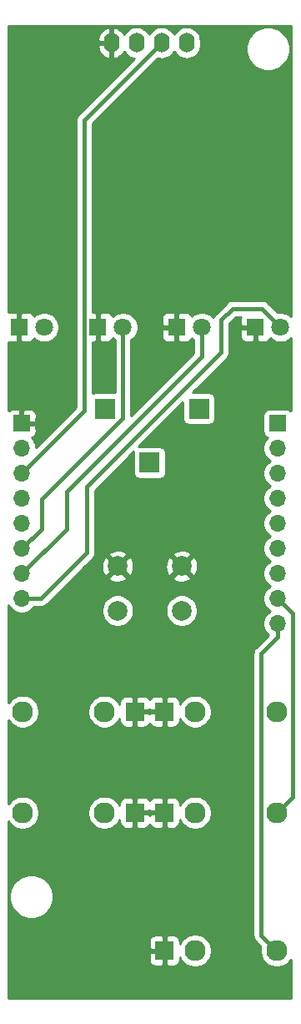
<source format=gtl>
%TF.GenerationSoftware,KiCad,Pcbnew,(5.1.6)-1*%
%TF.CreationDate,2021-08-09T18:08:13+02:00*%
%TF.ProjectId,4ch_Sampler_comtrol,3463685f-5361-46d7-906c-65725f636f6d,rev?*%
%TF.SameCoordinates,Original*%
%TF.FileFunction,Copper,L1,Top*%
%TF.FilePolarity,Positive*%
%FSLAX46Y46*%
G04 Gerber Fmt 4.6, Leading zero omitted, Abs format (unit mm)*
G04 Created by KiCad (PCBNEW (5.1.6)-1) date 2021-08-09 18:08:13*
%MOMM*%
%LPD*%
G01*
G04 APERTURE LIST*
%TA.AperFunction,ComponentPad*%
%ADD10O,1.700000X1.700000*%
%TD*%
%TA.AperFunction,ComponentPad*%
%ADD11R,1.700000X1.700000*%
%TD*%
%TA.AperFunction,ComponentPad*%
%ADD12R,2.000000X2.000000*%
%TD*%
%TA.AperFunction,ComponentPad*%
%ADD13C,2.000000*%
%TD*%
%TA.AperFunction,ComponentPad*%
%ADD14C,2.130000*%
%TD*%
%TA.AperFunction,ComponentPad*%
%ADD15R,1.830000X1.930000*%
%TD*%
%TA.AperFunction,ComponentPad*%
%ADD16C,1.800000*%
%TD*%
%TA.AperFunction,ComponentPad*%
%ADD17R,1.800000X1.800000*%
%TD*%
%TA.AperFunction,ComponentPad*%
%ADD18O,1.600000X2.000000*%
%TD*%
%TA.AperFunction,Conductor*%
%ADD19C,0.400000*%
%TD*%
%TA.AperFunction,Conductor*%
%ADD20C,0.254000*%
%TD*%
G04 APERTURE END LIST*
D10*
%TO.P,Conn2,9*%
%TO.N,Net-(C4-Pad1)*%
X163000000Y-101320000D03*
%TO.P,Conn2,8*%
%TO.N,Net-(J4-PadT)*%
X163000000Y-98780000D03*
%TO.P,Conn2,7*%
%TO.N,Net-(J3-PadT)*%
X163000000Y-96240000D03*
%TO.P,Conn2,6*%
%TO.N,Net-(J2-PadT)*%
X163000000Y-93700000D03*
%TO.P,Conn2,5*%
%TO.N,Net-(J1-PadT)*%
X163000000Y-91160000D03*
%TO.P,Conn2,4*%
%TO.N,Net-(SW1-Pad2)*%
X163000000Y-88620000D03*
%TO.P,Conn2,3*%
%TO.N,TOUCH_SENSOR3*%
X163000000Y-86080000D03*
%TO.P,Conn2,2*%
%TO.N,TOUCH_SENSOR2*%
X163000000Y-83540000D03*
D11*
%TO.P,Conn2,1*%
%TO.N,TOUCH_SENSOR1*%
X163000000Y-81000000D03*
%TD*%
D12*
%TO.P,TOUCH3,1*%
%TO.N,TOUCH_SENSOR3*%
X150000000Y-85000000D03*
%TD*%
%TO.P,TOUCH2,1*%
%TO.N,TOUCH_SENSOR2*%
X155000000Y-79500000D03*
%TD*%
%TO.P,TOUCH1,1*%
%TO.N,TOUCH_SENSOR1*%
X145500000Y-79500000D03*
%TD*%
D13*
%TO.P,SW1,1*%
%TO.N,GND*%
X153250000Y-95500000D03*
%TO.P,SW1,2*%
%TO.N,Net-(SW1-Pad2)*%
X153250000Y-100000000D03*
%TO.P,SW1,1*%
%TO.N,GND*%
X146750000Y-95500000D03*
%TO.P,SW1,2*%
%TO.N,Net-(SW1-Pad2)*%
X146750000Y-100000000D03*
%TD*%
D11*
%TO.P,Conn1,1*%
%TO.N,GND*%
X137000000Y-81000000D03*
D10*
%TO.P,Conn1,2*%
%TO.N,3.3V*%
X137000000Y-83540000D03*
%TO.P,Conn1,3*%
%TO.N,Net-(Brd1-Pad3)*%
X137000000Y-86080000D03*
%TO.P,Conn1,4*%
%TO.N,Net-(Brd1-Pad4)*%
X137000000Y-88620000D03*
%TO.P,Conn1,5*%
%TO.N,Net-(D3-Pad1)*%
X137000000Y-91160000D03*
%TO.P,Conn1,6*%
%TO.N,Net-(D6-Pad1)*%
X137000000Y-93700000D03*
%TO.P,Conn1,7*%
%TO.N,Net-(D10-Pad2)*%
X137000000Y-96240000D03*
%TO.P,Conn1,8*%
%TO.N,Net-(D12-Pad1)*%
X137000000Y-98780000D03*
%TD*%
D14*
%TO.P,J5,T*%
%TO.N,Net-(C4-Pad1)*%
X162900000Y-134500000D03*
D15*
%TO.P,J5,S*%
%TO.N,GND*%
X151500000Y-134500000D03*
D14*
%TO.P,J5,TN*%
%TO.N,N/C*%
X154600000Y-134500000D03*
%TD*%
%TO.P,J4,T*%
%TO.N,Net-(J4-PadT)*%
X162900000Y-120500000D03*
D15*
%TO.P,J4,S*%
%TO.N,GND*%
X151500000Y-120500000D03*
D14*
%TO.P,J4,TN*%
%TO.N,N/C*%
X154600000Y-120500000D03*
%TD*%
%TO.P,J3,T*%
%TO.N,Net-(J3-PadT)*%
X137100000Y-120500000D03*
D15*
%TO.P,J3,S*%
%TO.N,GND*%
X148500000Y-120500000D03*
D14*
%TO.P,J3,TN*%
%TO.N,N/C*%
X145400000Y-120500000D03*
%TD*%
%TO.P,J2,T*%
%TO.N,Net-(J2-PadT)*%
X162900000Y-110250000D03*
D15*
%TO.P,J2,S*%
%TO.N,GND*%
X151500000Y-110250000D03*
D14*
%TO.P,J2,TN*%
%TO.N,N/C*%
X154600000Y-110250000D03*
%TD*%
%TO.P,J1,T*%
%TO.N,Net-(J1-PadT)*%
X137100000Y-110250000D03*
D15*
%TO.P,J1,S*%
%TO.N,GND*%
X148500000Y-110250000D03*
D14*
%TO.P,J1,TN*%
%TO.N,N/C*%
X145400000Y-110250000D03*
%TD*%
D16*
%TO.P,D14,2*%
%TO.N,Net-(D12-Pad1)*%
X163290000Y-71250000D03*
D17*
%TO.P,D14,1*%
%TO.N,GND*%
X160750000Y-71250000D03*
%TD*%
D16*
%TO.P,D11,2*%
%TO.N,Net-(D10-Pad2)*%
X155290000Y-71250000D03*
D17*
%TO.P,D11,1*%
%TO.N,GND*%
X152750000Y-71250000D03*
%TD*%
D16*
%TO.P,D8,2*%
%TO.N,Net-(D6-Pad1)*%
X147290000Y-71250000D03*
D17*
%TO.P,D8,1*%
%TO.N,GND*%
X144750000Y-71250000D03*
%TD*%
D16*
%TO.P,D5,2*%
%TO.N,Net-(D3-Pad1)*%
X139290000Y-71250000D03*
D17*
%TO.P,D5,1*%
%TO.N,GND*%
X136750000Y-71250000D03*
%TD*%
D18*
%TO.P,Brd1,2*%
%TO.N,3.3V*%
X148670000Y-42400000D03*
%TO.P,Brd1,1*%
%TO.N,GND*%
X146130000Y-42400000D03*
%TO.P,Brd1,3*%
%TO.N,Net-(Brd1-Pad3)*%
X151210000Y-42400000D03*
%TO.P,Brd1,4*%
%TO.N,Net-(Brd1-Pad4)*%
X153750000Y-42400000D03*
%TD*%
D19*
%TO.N,Net-(Brd1-Pad3)*%
X151210000Y-42400000D02*
X143349600Y-50260400D01*
X143349600Y-50260400D02*
X143349600Y-79730400D01*
X143349600Y-79730400D02*
X137000000Y-86080000D01*
%TO.N,Net-(C4-Pad1)*%
X163000000Y-101320000D02*
X163000000Y-102670300D01*
X162900000Y-134500000D02*
X161329700Y-132929700D01*
X161329700Y-132929700D02*
X161329700Y-104340600D01*
X161329700Y-104340600D02*
X163000000Y-102670300D01*
%TO.N,Net-(D6-Pad1)*%
X147290000Y-71250000D02*
X147290000Y-80436800D01*
X147290000Y-80436800D02*
X138999600Y-88727200D01*
X138999600Y-88727200D02*
X138999600Y-91700400D01*
X138999600Y-91700400D02*
X137000000Y-93700000D01*
%TO.N,Net-(D10-Pad2)*%
X155290000Y-71250000D02*
X155290000Y-74210000D01*
X155290000Y-74210000D02*
X141547600Y-87952400D01*
X141547600Y-87952400D02*
X141547600Y-91692400D01*
X141547600Y-91692400D02*
X137000000Y-96240000D01*
%TO.N,Net-(D12-Pad1)*%
X138974700Y-98780000D02*
X137000000Y-98780000D01*
X143611600Y-94143100D02*
X138974700Y-98780000D01*
X143611600Y-87452200D02*
X143611600Y-94143100D01*
X157251400Y-73812400D02*
X143611600Y-87452200D01*
X157251400Y-70510400D02*
X157251400Y-73812400D01*
X158410200Y-69351600D02*
X157251400Y-70510400D01*
X161391600Y-69351600D02*
X158410200Y-69351600D01*
X163290000Y-71250000D02*
X161391600Y-69351600D01*
%TO.N,Net-(J4-PadT)*%
X162900000Y-120500000D02*
X164489600Y-118910400D01*
X164489600Y-118910400D02*
X164489600Y-100269600D01*
X164489600Y-100269600D02*
X163000000Y-98780000D01*
%TD*%
D20*
%TO.N,GND*%
G36*
X159224188Y-70225518D02*
G01*
X159211928Y-70350000D01*
X159215000Y-70964250D01*
X159373750Y-71123000D01*
X160623000Y-71123000D01*
X160623000Y-71103000D01*
X160877000Y-71103000D01*
X160877000Y-71123000D01*
X160897000Y-71123000D01*
X160897000Y-71377000D01*
X160877000Y-71377000D01*
X160877000Y-72626250D01*
X161035750Y-72785000D01*
X161650000Y-72788072D01*
X161774482Y-72775812D01*
X161894180Y-72739502D01*
X162004494Y-72680537D01*
X162101185Y-72601185D01*
X162180537Y-72504494D01*
X162239502Y-72394180D01*
X162245056Y-72375873D01*
X162311495Y-72442312D01*
X162562905Y-72610299D01*
X162842257Y-72726011D01*
X163138816Y-72785000D01*
X163441184Y-72785000D01*
X163737743Y-72726011D01*
X164017095Y-72610299D01*
X164268505Y-72442312D01*
X164340001Y-72370816D01*
X164340001Y-79746112D01*
X164301185Y-79698815D01*
X164204494Y-79619463D01*
X164094180Y-79560498D01*
X163974482Y-79524188D01*
X163850000Y-79511928D01*
X162150000Y-79511928D01*
X162025518Y-79524188D01*
X161905820Y-79560498D01*
X161795506Y-79619463D01*
X161698815Y-79698815D01*
X161619463Y-79795506D01*
X161560498Y-79905820D01*
X161524188Y-80025518D01*
X161511928Y-80150000D01*
X161511928Y-81850000D01*
X161524188Y-81974482D01*
X161560498Y-82094180D01*
X161619463Y-82204494D01*
X161698815Y-82301185D01*
X161795506Y-82380537D01*
X161905820Y-82439502D01*
X161978380Y-82461513D01*
X161846525Y-82593368D01*
X161684010Y-82836589D01*
X161572068Y-83106842D01*
X161515000Y-83393740D01*
X161515000Y-83686260D01*
X161572068Y-83973158D01*
X161684010Y-84243411D01*
X161846525Y-84486632D01*
X162053368Y-84693475D01*
X162227760Y-84810000D01*
X162053368Y-84926525D01*
X161846525Y-85133368D01*
X161684010Y-85376589D01*
X161572068Y-85646842D01*
X161515000Y-85933740D01*
X161515000Y-86226260D01*
X161572068Y-86513158D01*
X161684010Y-86783411D01*
X161846525Y-87026632D01*
X162053368Y-87233475D01*
X162227760Y-87350000D01*
X162053368Y-87466525D01*
X161846525Y-87673368D01*
X161684010Y-87916589D01*
X161572068Y-88186842D01*
X161515000Y-88473740D01*
X161515000Y-88766260D01*
X161572068Y-89053158D01*
X161684010Y-89323411D01*
X161846525Y-89566632D01*
X162053368Y-89773475D01*
X162227760Y-89890000D01*
X162053368Y-90006525D01*
X161846525Y-90213368D01*
X161684010Y-90456589D01*
X161572068Y-90726842D01*
X161515000Y-91013740D01*
X161515000Y-91306260D01*
X161572068Y-91593158D01*
X161684010Y-91863411D01*
X161846525Y-92106632D01*
X162053368Y-92313475D01*
X162227760Y-92430000D01*
X162053368Y-92546525D01*
X161846525Y-92753368D01*
X161684010Y-92996589D01*
X161572068Y-93266842D01*
X161515000Y-93553740D01*
X161515000Y-93846260D01*
X161572068Y-94133158D01*
X161684010Y-94403411D01*
X161846525Y-94646632D01*
X162053368Y-94853475D01*
X162227760Y-94970000D01*
X162053368Y-95086525D01*
X161846525Y-95293368D01*
X161684010Y-95536589D01*
X161572068Y-95806842D01*
X161515000Y-96093740D01*
X161515000Y-96386260D01*
X161572068Y-96673158D01*
X161684010Y-96943411D01*
X161846525Y-97186632D01*
X162053368Y-97393475D01*
X162227760Y-97510000D01*
X162053368Y-97626525D01*
X161846525Y-97833368D01*
X161684010Y-98076589D01*
X161572068Y-98346842D01*
X161515000Y-98633740D01*
X161515000Y-98926260D01*
X161572068Y-99213158D01*
X161684010Y-99483411D01*
X161846525Y-99726632D01*
X162053368Y-99933475D01*
X162227760Y-100050000D01*
X162053368Y-100166525D01*
X161846525Y-100373368D01*
X161684010Y-100616589D01*
X161572068Y-100886842D01*
X161515000Y-101173740D01*
X161515000Y-101466260D01*
X161572068Y-101753158D01*
X161684010Y-102023411D01*
X161846525Y-102266632D01*
X162034662Y-102454769D01*
X160768274Y-103721159D01*
X160736410Y-103747309D01*
X160710262Y-103779171D01*
X160632064Y-103874455D01*
X160554528Y-104019514D01*
X160506782Y-104176912D01*
X160490660Y-104340600D01*
X160494701Y-104381629D01*
X160494700Y-132888682D01*
X160490660Y-132929700D01*
X160494700Y-132970718D01*
X160506782Y-133093388D01*
X160554528Y-133250786D01*
X160632064Y-133395845D01*
X160736409Y-133522991D01*
X160768279Y-133549146D01*
X161258350Y-134039218D01*
X161200000Y-134332565D01*
X161200000Y-134667435D01*
X161265330Y-134995872D01*
X161393479Y-135305252D01*
X161579523Y-135583687D01*
X161816313Y-135820477D01*
X162094748Y-136006521D01*
X162404128Y-136134670D01*
X162732565Y-136200000D01*
X163067435Y-136200000D01*
X163395872Y-136134670D01*
X163705252Y-136006521D01*
X163983687Y-135820477D01*
X164220477Y-135583687D01*
X164340000Y-135404808D01*
X164340000Y-139340000D01*
X135660000Y-139340000D01*
X135660000Y-135465000D01*
X149946928Y-135465000D01*
X149959188Y-135589482D01*
X149995498Y-135709180D01*
X150054463Y-135819494D01*
X150133815Y-135916185D01*
X150230506Y-135995537D01*
X150340820Y-136054502D01*
X150460518Y-136090812D01*
X150585000Y-136103072D01*
X151214250Y-136100000D01*
X151373000Y-135941250D01*
X151373000Y-134627000D01*
X150108750Y-134627000D01*
X149950000Y-134785750D01*
X149946928Y-135465000D01*
X135660000Y-135465000D01*
X135660000Y-133535000D01*
X149946928Y-133535000D01*
X149950000Y-134214250D01*
X150108750Y-134373000D01*
X151373000Y-134373000D01*
X151373000Y-133058750D01*
X151627000Y-133058750D01*
X151627000Y-134373000D01*
X151647000Y-134373000D01*
X151647000Y-134627000D01*
X151627000Y-134627000D01*
X151627000Y-135941250D01*
X151785750Y-136100000D01*
X152415000Y-136103072D01*
X152539482Y-136090812D01*
X152659180Y-136054502D01*
X152769494Y-135995537D01*
X152866185Y-135916185D01*
X152945537Y-135819494D01*
X153004502Y-135709180D01*
X153040812Y-135589482D01*
X153053072Y-135465000D01*
X153051895Y-135204860D01*
X153093479Y-135305252D01*
X153279523Y-135583687D01*
X153516313Y-135820477D01*
X153794748Y-136006521D01*
X154104128Y-136134670D01*
X154432565Y-136200000D01*
X154767435Y-136200000D01*
X155095872Y-136134670D01*
X155405252Y-136006521D01*
X155683687Y-135820477D01*
X155920477Y-135583687D01*
X156106521Y-135305252D01*
X156234670Y-134995872D01*
X156300000Y-134667435D01*
X156300000Y-134332565D01*
X156234670Y-134004128D01*
X156106521Y-133694748D01*
X155920477Y-133416313D01*
X155683687Y-133179523D01*
X155405252Y-132993479D01*
X155095872Y-132865330D01*
X154767435Y-132800000D01*
X154432565Y-132800000D01*
X154104128Y-132865330D01*
X153794748Y-132993479D01*
X153516313Y-133179523D01*
X153279523Y-133416313D01*
X153093479Y-133694748D01*
X153051895Y-133795140D01*
X153053072Y-133535000D01*
X153040812Y-133410518D01*
X153004502Y-133290820D01*
X152945537Y-133180506D01*
X152866185Y-133083815D01*
X152769494Y-133004463D01*
X152659180Y-132945498D01*
X152539482Y-132909188D01*
X152415000Y-132896928D01*
X151785750Y-132900000D01*
X151627000Y-133058750D01*
X151373000Y-133058750D01*
X151214250Y-132900000D01*
X150585000Y-132896928D01*
X150460518Y-132909188D01*
X150340820Y-132945498D01*
X150230506Y-133004463D01*
X150133815Y-133083815D01*
X150054463Y-133180506D01*
X149995498Y-133290820D01*
X149959188Y-133410518D01*
X149946928Y-133535000D01*
X135660000Y-133535000D01*
X135660000Y-128779872D01*
X135765000Y-128779872D01*
X135765000Y-129220128D01*
X135850890Y-129651925D01*
X136019369Y-130058669D01*
X136263962Y-130424729D01*
X136575271Y-130736038D01*
X136941331Y-130980631D01*
X137348075Y-131149110D01*
X137779872Y-131235000D01*
X138220128Y-131235000D01*
X138651925Y-131149110D01*
X139058669Y-130980631D01*
X139424729Y-130736038D01*
X139736038Y-130424729D01*
X139980631Y-130058669D01*
X140149110Y-129651925D01*
X140235000Y-129220128D01*
X140235000Y-128779872D01*
X140149110Y-128348075D01*
X139980631Y-127941331D01*
X139736038Y-127575271D01*
X139424729Y-127263962D01*
X139058669Y-127019369D01*
X138651925Y-126850890D01*
X138220128Y-126765000D01*
X137779872Y-126765000D01*
X137348075Y-126850890D01*
X136941331Y-127019369D01*
X136575271Y-127263962D01*
X136263962Y-127575271D01*
X136019369Y-127941331D01*
X135850890Y-128348075D01*
X135765000Y-128779872D01*
X135660000Y-128779872D01*
X135660000Y-121404808D01*
X135779523Y-121583687D01*
X136016313Y-121820477D01*
X136294748Y-122006521D01*
X136604128Y-122134670D01*
X136932565Y-122200000D01*
X137267435Y-122200000D01*
X137595872Y-122134670D01*
X137905252Y-122006521D01*
X138183687Y-121820477D01*
X138420477Y-121583687D01*
X138606521Y-121305252D01*
X138734670Y-120995872D01*
X138800000Y-120667435D01*
X138800000Y-120332565D01*
X143700000Y-120332565D01*
X143700000Y-120667435D01*
X143765330Y-120995872D01*
X143893479Y-121305252D01*
X144079523Y-121583687D01*
X144316313Y-121820477D01*
X144594748Y-122006521D01*
X144904128Y-122134670D01*
X145232565Y-122200000D01*
X145567435Y-122200000D01*
X145895872Y-122134670D01*
X146205252Y-122006521D01*
X146483687Y-121820477D01*
X146720477Y-121583687D01*
X146906521Y-121305252D01*
X146948105Y-121204860D01*
X146946928Y-121465000D01*
X146959188Y-121589482D01*
X146995498Y-121709180D01*
X147054463Y-121819494D01*
X147133815Y-121916185D01*
X147230506Y-121995537D01*
X147340820Y-122054502D01*
X147460518Y-122090812D01*
X147585000Y-122103072D01*
X148214250Y-122100000D01*
X148373000Y-121941250D01*
X148373000Y-120627000D01*
X148627000Y-120627000D01*
X148627000Y-121941250D01*
X148785750Y-122100000D01*
X149415000Y-122103072D01*
X149539482Y-122090812D01*
X149659180Y-122054502D01*
X149769494Y-121995537D01*
X149866185Y-121916185D01*
X149945537Y-121819494D01*
X150000000Y-121717603D01*
X150054463Y-121819494D01*
X150133815Y-121916185D01*
X150230506Y-121995537D01*
X150340820Y-122054502D01*
X150460518Y-122090812D01*
X150585000Y-122103072D01*
X151214250Y-122100000D01*
X151373000Y-121941250D01*
X151373000Y-120627000D01*
X150108750Y-120627000D01*
X150000000Y-120735750D01*
X149891250Y-120627000D01*
X148627000Y-120627000D01*
X148373000Y-120627000D01*
X148353000Y-120627000D01*
X148353000Y-120373000D01*
X148373000Y-120373000D01*
X148373000Y-119058750D01*
X148627000Y-119058750D01*
X148627000Y-120373000D01*
X149891250Y-120373000D01*
X150000000Y-120264250D01*
X150108750Y-120373000D01*
X151373000Y-120373000D01*
X151373000Y-119058750D01*
X151627000Y-119058750D01*
X151627000Y-120373000D01*
X151647000Y-120373000D01*
X151647000Y-120627000D01*
X151627000Y-120627000D01*
X151627000Y-121941250D01*
X151785750Y-122100000D01*
X152415000Y-122103072D01*
X152539482Y-122090812D01*
X152659180Y-122054502D01*
X152769494Y-121995537D01*
X152866185Y-121916185D01*
X152945537Y-121819494D01*
X153004502Y-121709180D01*
X153040812Y-121589482D01*
X153053072Y-121465000D01*
X153051895Y-121204860D01*
X153093479Y-121305252D01*
X153279523Y-121583687D01*
X153516313Y-121820477D01*
X153794748Y-122006521D01*
X154104128Y-122134670D01*
X154432565Y-122200000D01*
X154767435Y-122200000D01*
X155095872Y-122134670D01*
X155405252Y-122006521D01*
X155683687Y-121820477D01*
X155920477Y-121583687D01*
X156106521Y-121305252D01*
X156234670Y-120995872D01*
X156300000Y-120667435D01*
X156300000Y-120332565D01*
X156234670Y-120004128D01*
X156106521Y-119694748D01*
X155920477Y-119416313D01*
X155683687Y-119179523D01*
X155405252Y-118993479D01*
X155095872Y-118865330D01*
X154767435Y-118800000D01*
X154432565Y-118800000D01*
X154104128Y-118865330D01*
X153794748Y-118993479D01*
X153516313Y-119179523D01*
X153279523Y-119416313D01*
X153093479Y-119694748D01*
X153051895Y-119795140D01*
X153053072Y-119535000D01*
X153040812Y-119410518D01*
X153004502Y-119290820D01*
X152945537Y-119180506D01*
X152866185Y-119083815D01*
X152769494Y-119004463D01*
X152659180Y-118945498D01*
X152539482Y-118909188D01*
X152415000Y-118896928D01*
X151785750Y-118900000D01*
X151627000Y-119058750D01*
X151373000Y-119058750D01*
X151214250Y-118900000D01*
X150585000Y-118896928D01*
X150460518Y-118909188D01*
X150340820Y-118945498D01*
X150230506Y-119004463D01*
X150133815Y-119083815D01*
X150054463Y-119180506D01*
X150000000Y-119282397D01*
X149945537Y-119180506D01*
X149866185Y-119083815D01*
X149769494Y-119004463D01*
X149659180Y-118945498D01*
X149539482Y-118909188D01*
X149415000Y-118896928D01*
X148785750Y-118900000D01*
X148627000Y-119058750D01*
X148373000Y-119058750D01*
X148214250Y-118900000D01*
X147585000Y-118896928D01*
X147460518Y-118909188D01*
X147340820Y-118945498D01*
X147230506Y-119004463D01*
X147133815Y-119083815D01*
X147054463Y-119180506D01*
X146995498Y-119290820D01*
X146959188Y-119410518D01*
X146946928Y-119535000D01*
X146948105Y-119795140D01*
X146906521Y-119694748D01*
X146720477Y-119416313D01*
X146483687Y-119179523D01*
X146205252Y-118993479D01*
X145895872Y-118865330D01*
X145567435Y-118800000D01*
X145232565Y-118800000D01*
X144904128Y-118865330D01*
X144594748Y-118993479D01*
X144316313Y-119179523D01*
X144079523Y-119416313D01*
X143893479Y-119694748D01*
X143765330Y-120004128D01*
X143700000Y-120332565D01*
X138800000Y-120332565D01*
X138734670Y-120004128D01*
X138606521Y-119694748D01*
X138420477Y-119416313D01*
X138183687Y-119179523D01*
X137905252Y-118993479D01*
X137595872Y-118865330D01*
X137267435Y-118800000D01*
X136932565Y-118800000D01*
X136604128Y-118865330D01*
X136294748Y-118993479D01*
X136016313Y-119179523D01*
X135779523Y-119416313D01*
X135660000Y-119595192D01*
X135660000Y-111154808D01*
X135779523Y-111333687D01*
X136016313Y-111570477D01*
X136294748Y-111756521D01*
X136604128Y-111884670D01*
X136932565Y-111950000D01*
X137267435Y-111950000D01*
X137595872Y-111884670D01*
X137905252Y-111756521D01*
X138183687Y-111570477D01*
X138420477Y-111333687D01*
X138606521Y-111055252D01*
X138734670Y-110745872D01*
X138800000Y-110417435D01*
X138800000Y-110082565D01*
X143700000Y-110082565D01*
X143700000Y-110417435D01*
X143765330Y-110745872D01*
X143893479Y-111055252D01*
X144079523Y-111333687D01*
X144316313Y-111570477D01*
X144594748Y-111756521D01*
X144904128Y-111884670D01*
X145232565Y-111950000D01*
X145567435Y-111950000D01*
X145895872Y-111884670D01*
X146205252Y-111756521D01*
X146483687Y-111570477D01*
X146720477Y-111333687D01*
X146906521Y-111055252D01*
X146948105Y-110954860D01*
X146946928Y-111215000D01*
X146959188Y-111339482D01*
X146995498Y-111459180D01*
X147054463Y-111569494D01*
X147133815Y-111666185D01*
X147230506Y-111745537D01*
X147340820Y-111804502D01*
X147460518Y-111840812D01*
X147585000Y-111853072D01*
X148214250Y-111850000D01*
X148373000Y-111691250D01*
X148373000Y-110377000D01*
X148627000Y-110377000D01*
X148627000Y-111691250D01*
X148785750Y-111850000D01*
X149415000Y-111853072D01*
X149539482Y-111840812D01*
X149659180Y-111804502D01*
X149769494Y-111745537D01*
X149866185Y-111666185D01*
X149945537Y-111569494D01*
X150000000Y-111467603D01*
X150054463Y-111569494D01*
X150133815Y-111666185D01*
X150230506Y-111745537D01*
X150340820Y-111804502D01*
X150460518Y-111840812D01*
X150585000Y-111853072D01*
X151214250Y-111850000D01*
X151373000Y-111691250D01*
X151373000Y-110377000D01*
X150108750Y-110377000D01*
X150000000Y-110485750D01*
X149891250Y-110377000D01*
X148627000Y-110377000D01*
X148373000Y-110377000D01*
X148353000Y-110377000D01*
X148353000Y-110123000D01*
X148373000Y-110123000D01*
X148373000Y-108808750D01*
X148627000Y-108808750D01*
X148627000Y-110123000D01*
X149891250Y-110123000D01*
X150000000Y-110014250D01*
X150108750Y-110123000D01*
X151373000Y-110123000D01*
X151373000Y-108808750D01*
X151627000Y-108808750D01*
X151627000Y-110123000D01*
X151647000Y-110123000D01*
X151647000Y-110377000D01*
X151627000Y-110377000D01*
X151627000Y-111691250D01*
X151785750Y-111850000D01*
X152415000Y-111853072D01*
X152539482Y-111840812D01*
X152659180Y-111804502D01*
X152769494Y-111745537D01*
X152866185Y-111666185D01*
X152945537Y-111569494D01*
X153004502Y-111459180D01*
X153040812Y-111339482D01*
X153053072Y-111215000D01*
X153051895Y-110954860D01*
X153093479Y-111055252D01*
X153279523Y-111333687D01*
X153516313Y-111570477D01*
X153794748Y-111756521D01*
X154104128Y-111884670D01*
X154432565Y-111950000D01*
X154767435Y-111950000D01*
X155095872Y-111884670D01*
X155405252Y-111756521D01*
X155683687Y-111570477D01*
X155920477Y-111333687D01*
X156106521Y-111055252D01*
X156234670Y-110745872D01*
X156300000Y-110417435D01*
X156300000Y-110082565D01*
X156234670Y-109754128D01*
X156106521Y-109444748D01*
X155920477Y-109166313D01*
X155683687Y-108929523D01*
X155405252Y-108743479D01*
X155095872Y-108615330D01*
X154767435Y-108550000D01*
X154432565Y-108550000D01*
X154104128Y-108615330D01*
X153794748Y-108743479D01*
X153516313Y-108929523D01*
X153279523Y-109166313D01*
X153093479Y-109444748D01*
X153051895Y-109545140D01*
X153053072Y-109285000D01*
X153040812Y-109160518D01*
X153004502Y-109040820D01*
X152945537Y-108930506D01*
X152866185Y-108833815D01*
X152769494Y-108754463D01*
X152659180Y-108695498D01*
X152539482Y-108659188D01*
X152415000Y-108646928D01*
X151785750Y-108650000D01*
X151627000Y-108808750D01*
X151373000Y-108808750D01*
X151214250Y-108650000D01*
X150585000Y-108646928D01*
X150460518Y-108659188D01*
X150340820Y-108695498D01*
X150230506Y-108754463D01*
X150133815Y-108833815D01*
X150054463Y-108930506D01*
X150000000Y-109032397D01*
X149945537Y-108930506D01*
X149866185Y-108833815D01*
X149769494Y-108754463D01*
X149659180Y-108695498D01*
X149539482Y-108659188D01*
X149415000Y-108646928D01*
X148785750Y-108650000D01*
X148627000Y-108808750D01*
X148373000Y-108808750D01*
X148214250Y-108650000D01*
X147585000Y-108646928D01*
X147460518Y-108659188D01*
X147340820Y-108695498D01*
X147230506Y-108754463D01*
X147133815Y-108833815D01*
X147054463Y-108930506D01*
X146995498Y-109040820D01*
X146959188Y-109160518D01*
X146946928Y-109285000D01*
X146948105Y-109545140D01*
X146906521Y-109444748D01*
X146720477Y-109166313D01*
X146483687Y-108929523D01*
X146205252Y-108743479D01*
X145895872Y-108615330D01*
X145567435Y-108550000D01*
X145232565Y-108550000D01*
X144904128Y-108615330D01*
X144594748Y-108743479D01*
X144316313Y-108929523D01*
X144079523Y-109166313D01*
X143893479Y-109444748D01*
X143765330Y-109754128D01*
X143700000Y-110082565D01*
X138800000Y-110082565D01*
X138734670Y-109754128D01*
X138606521Y-109444748D01*
X138420477Y-109166313D01*
X138183687Y-108929523D01*
X137905252Y-108743479D01*
X137595872Y-108615330D01*
X137267435Y-108550000D01*
X136932565Y-108550000D01*
X136604128Y-108615330D01*
X136294748Y-108743479D01*
X136016313Y-108929523D01*
X135779523Y-109166313D01*
X135660000Y-109345192D01*
X135660000Y-99425445D01*
X135684010Y-99483411D01*
X135846525Y-99726632D01*
X136053368Y-99933475D01*
X136296589Y-100095990D01*
X136566842Y-100207932D01*
X136853740Y-100265000D01*
X137146260Y-100265000D01*
X137433158Y-100207932D01*
X137703411Y-100095990D01*
X137946632Y-99933475D01*
X138041140Y-99838967D01*
X145115000Y-99838967D01*
X145115000Y-100161033D01*
X145177832Y-100476912D01*
X145301082Y-100774463D01*
X145480013Y-101042252D01*
X145707748Y-101269987D01*
X145975537Y-101448918D01*
X146273088Y-101572168D01*
X146588967Y-101635000D01*
X146911033Y-101635000D01*
X147226912Y-101572168D01*
X147524463Y-101448918D01*
X147792252Y-101269987D01*
X148019987Y-101042252D01*
X148198918Y-100774463D01*
X148322168Y-100476912D01*
X148385000Y-100161033D01*
X148385000Y-99838967D01*
X151615000Y-99838967D01*
X151615000Y-100161033D01*
X151677832Y-100476912D01*
X151801082Y-100774463D01*
X151980013Y-101042252D01*
X152207748Y-101269987D01*
X152475537Y-101448918D01*
X152773088Y-101572168D01*
X153088967Y-101635000D01*
X153411033Y-101635000D01*
X153726912Y-101572168D01*
X154024463Y-101448918D01*
X154292252Y-101269987D01*
X154519987Y-101042252D01*
X154698918Y-100774463D01*
X154822168Y-100476912D01*
X154885000Y-100161033D01*
X154885000Y-99838967D01*
X154822168Y-99523088D01*
X154698918Y-99225537D01*
X154519987Y-98957748D01*
X154292252Y-98730013D01*
X154024463Y-98551082D01*
X153726912Y-98427832D01*
X153411033Y-98365000D01*
X153088967Y-98365000D01*
X152773088Y-98427832D01*
X152475537Y-98551082D01*
X152207748Y-98730013D01*
X151980013Y-98957748D01*
X151801082Y-99225537D01*
X151677832Y-99523088D01*
X151615000Y-99838967D01*
X148385000Y-99838967D01*
X148322168Y-99523088D01*
X148198918Y-99225537D01*
X148019987Y-98957748D01*
X147792252Y-98730013D01*
X147524463Y-98551082D01*
X147226912Y-98427832D01*
X146911033Y-98365000D01*
X146588967Y-98365000D01*
X146273088Y-98427832D01*
X145975537Y-98551082D01*
X145707748Y-98730013D01*
X145480013Y-98957748D01*
X145301082Y-99225537D01*
X145177832Y-99523088D01*
X145115000Y-99838967D01*
X138041140Y-99838967D01*
X138153475Y-99726632D01*
X138228065Y-99615000D01*
X138933682Y-99615000D01*
X138974700Y-99619040D01*
X139015718Y-99615000D01*
X139015719Y-99615000D01*
X139138389Y-99602918D01*
X139295787Y-99555172D01*
X139440846Y-99477636D01*
X139567991Y-99373291D01*
X139594146Y-99341421D01*
X142300154Y-96635413D01*
X145794192Y-96635413D01*
X145889956Y-96899814D01*
X146179571Y-97040704D01*
X146491108Y-97122384D01*
X146812595Y-97141718D01*
X147131675Y-97097961D01*
X147436088Y-96992795D01*
X147610044Y-96899814D01*
X147705808Y-96635413D01*
X152294192Y-96635413D01*
X152389956Y-96899814D01*
X152679571Y-97040704D01*
X152991108Y-97122384D01*
X153312595Y-97141718D01*
X153631675Y-97097961D01*
X153936088Y-96992795D01*
X154110044Y-96899814D01*
X154205808Y-96635413D01*
X153250000Y-95679605D01*
X152294192Y-96635413D01*
X147705808Y-96635413D01*
X146750000Y-95679605D01*
X145794192Y-96635413D01*
X142300154Y-96635413D01*
X143372973Y-95562595D01*
X145108282Y-95562595D01*
X145152039Y-95881675D01*
X145257205Y-96186088D01*
X145350186Y-96360044D01*
X145614587Y-96455808D01*
X146570395Y-95500000D01*
X146929605Y-95500000D01*
X147885413Y-96455808D01*
X148149814Y-96360044D01*
X148290704Y-96070429D01*
X148372384Y-95758892D01*
X148384189Y-95562595D01*
X151608282Y-95562595D01*
X151652039Y-95881675D01*
X151757205Y-96186088D01*
X151850186Y-96360044D01*
X152114587Y-96455808D01*
X153070395Y-95500000D01*
X153429605Y-95500000D01*
X154385413Y-96455808D01*
X154649814Y-96360044D01*
X154790704Y-96070429D01*
X154872384Y-95758892D01*
X154891718Y-95437405D01*
X154847961Y-95118325D01*
X154742795Y-94813912D01*
X154649814Y-94639956D01*
X154385413Y-94544192D01*
X153429605Y-95500000D01*
X153070395Y-95500000D01*
X152114587Y-94544192D01*
X151850186Y-94639956D01*
X151709296Y-94929571D01*
X151627616Y-95241108D01*
X151608282Y-95562595D01*
X148384189Y-95562595D01*
X148391718Y-95437405D01*
X148347961Y-95118325D01*
X148242795Y-94813912D01*
X148149814Y-94639956D01*
X147885413Y-94544192D01*
X146929605Y-95500000D01*
X146570395Y-95500000D01*
X145614587Y-94544192D01*
X145350186Y-94639956D01*
X145209296Y-94929571D01*
X145127616Y-95241108D01*
X145108282Y-95562595D01*
X143372973Y-95562595D01*
X144173032Y-94762537D01*
X144204891Y-94736391D01*
X144309236Y-94609246D01*
X144386772Y-94464187D01*
X144416985Y-94364587D01*
X145794192Y-94364587D01*
X146750000Y-95320395D01*
X147705808Y-94364587D01*
X152294192Y-94364587D01*
X153250000Y-95320395D01*
X154205808Y-94364587D01*
X154110044Y-94100186D01*
X153820429Y-93959296D01*
X153508892Y-93877616D01*
X153187405Y-93858282D01*
X152868325Y-93902039D01*
X152563912Y-94007205D01*
X152389956Y-94100186D01*
X152294192Y-94364587D01*
X147705808Y-94364587D01*
X147610044Y-94100186D01*
X147320429Y-93959296D01*
X147008892Y-93877616D01*
X146687405Y-93858282D01*
X146368325Y-93902039D01*
X146063912Y-94007205D01*
X145889956Y-94100186D01*
X145794192Y-94364587D01*
X144416985Y-94364587D01*
X144434518Y-94306789D01*
X144446600Y-94184119D01*
X144450640Y-94143100D01*
X144446600Y-94102082D01*
X144446600Y-87798067D01*
X148376382Y-83868285D01*
X148374188Y-83875518D01*
X148361928Y-84000000D01*
X148361928Y-86000000D01*
X148374188Y-86124482D01*
X148410498Y-86244180D01*
X148469463Y-86354494D01*
X148548815Y-86451185D01*
X148645506Y-86530537D01*
X148755820Y-86589502D01*
X148875518Y-86625812D01*
X149000000Y-86638072D01*
X151000000Y-86638072D01*
X151124482Y-86625812D01*
X151244180Y-86589502D01*
X151354494Y-86530537D01*
X151451185Y-86451185D01*
X151530537Y-86354494D01*
X151589502Y-86244180D01*
X151625812Y-86124482D01*
X151638072Y-86000000D01*
X151638072Y-84000000D01*
X151625812Y-83875518D01*
X151589502Y-83755820D01*
X151530537Y-83645506D01*
X151451185Y-83548815D01*
X151354494Y-83469463D01*
X151244180Y-83410498D01*
X151124482Y-83374188D01*
X151000000Y-83361928D01*
X149000000Y-83361928D01*
X148875518Y-83374188D01*
X148868285Y-83376382D01*
X153361928Y-78882740D01*
X153361928Y-80500000D01*
X153374188Y-80624482D01*
X153410498Y-80744180D01*
X153469463Y-80854494D01*
X153548815Y-80951185D01*
X153645506Y-81030537D01*
X153755820Y-81089502D01*
X153875518Y-81125812D01*
X154000000Y-81138072D01*
X156000000Y-81138072D01*
X156124482Y-81125812D01*
X156244180Y-81089502D01*
X156354494Y-81030537D01*
X156451185Y-80951185D01*
X156530537Y-80854494D01*
X156589502Y-80744180D01*
X156625812Y-80624482D01*
X156638072Y-80500000D01*
X156638072Y-78500000D01*
X156625812Y-78375518D01*
X156589502Y-78255820D01*
X156530537Y-78145506D01*
X156451185Y-78048815D01*
X156354494Y-77969463D01*
X156244180Y-77910498D01*
X156124482Y-77874188D01*
X156000000Y-77861928D01*
X154382740Y-77861928D01*
X157812827Y-74431841D01*
X157844691Y-74405691D01*
X157949036Y-74278546D01*
X158026572Y-74133487D01*
X158074318Y-73976089D01*
X158086400Y-73853419D01*
X158090440Y-73812401D01*
X158086400Y-73771382D01*
X158086400Y-72150000D01*
X159211928Y-72150000D01*
X159224188Y-72274482D01*
X159260498Y-72394180D01*
X159319463Y-72504494D01*
X159398815Y-72601185D01*
X159495506Y-72680537D01*
X159605820Y-72739502D01*
X159725518Y-72775812D01*
X159850000Y-72788072D01*
X160464250Y-72785000D01*
X160623000Y-72626250D01*
X160623000Y-71377000D01*
X159373750Y-71377000D01*
X159215000Y-71535750D01*
X159211928Y-72150000D01*
X158086400Y-72150000D01*
X158086400Y-70856267D01*
X158756069Y-70186600D01*
X159235994Y-70186600D01*
X159224188Y-70225518D01*
G37*
X159224188Y-70225518D02*
X159211928Y-70350000D01*
X159215000Y-70964250D01*
X159373750Y-71123000D01*
X160623000Y-71123000D01*
X160623000Y-71103000D01*
X160877000Y-71103000D01*
X160877000Y-71123000D01*
X160897000Y-71123000D01*
X160897000Y-71377000D01*
X160877000Y-71377000D01*
X160877000Y-72626250D01*
X161035750Y-72785000D01*
X161650000Y-72788072D01*
X161774482Y-72775812D01*
X161894180Y-72739502D01*
X162004494Y-72680537D01*
X162101185Y-72601185D01*
X162180537Y-72504494D01*
X162239502Y-72394180D01*
X162245056Y-72375873D01*
X162311495Y-72442312D01*
X162562905Y-72610299D01*
X162842257Y-72726011D01*
X163138816Y-72785000D01*
X163441184Y-72785000D01*
X163737743Y-72726011D01*
X164017095Y-72610299D01*
X164268505Y-72442312D01*
X164340001Y-72370816D01*
X164340001Y-79746112D01*
X164301185Y-79698815D01*
X164204494Y-79619463D01*
X164094180Y-79560498D01*
X163974482Y-79524188D01*
X163850000Y-79511928D01*
X162150000Y-79511928D01*
X162025518Y-79524188D01*
X161905820Y-79560498D01*
X161795506Y-79619463D01*
X161698815Y-79698815D01*
X161619463Y-79795506D01*
X161560498Y-79905820D01*
X161524188Y-80025518D01*
X161511928Y-80150000D01*
X161511928Y-81850000D01*
X161524188Y-81974482D01*
X161560498Y-82094180D01*
X161619463Y-82204494D01*
X161698815Y-82301185D01*
X161795506Y-82380537D01*
X161905820Y-82439502D01*
X161978380Y-82461513D01*
X161846525Y-82593368D01*
X161684010Y-82836589D01*
X161572068Y-83106842D01*
X161515000Y-83393740D01*
X161515000Y-83686260D01*
X161572068Y-83973158D01*
X161684010Y-84243411D01*
X161846525Y-84486632D01*
X162053368Y-84693475D01*
X162227760Y-84810000D01*
X162053368Y-84926525D01*
X161846525Y-85133368D01*
X161684010Y-85376589D01*
X161572068Y-85646842D01*
X161515000Y-85933740D01*
X161515000Y-86226260D01*
X161572068Y-86513158D01*
X161684010Y-86783411D01*
X161846525Y-87026632D01*
X162053368Y-87233475D01*
X162227760Y-87350000D01*
X162053368Y-87466525D01*
X161846525Y-87673368D01*
X161684010Y-87916589D01*
X161572068Y-88186842D01*
X161515000Y-88473740D01*
X161515000Y-88766260D01*
X161572068Y-89053158D01*
X161684010Y-89323411D01*
X161846525Y-89566632D01*
X162053368Y-89773475D01*
X162227760Y-89890000D01*
X162053368Y-90006525D01*
X161846525Y-90213368D01*
X161684010Y-90456589D01*
X161572068Y-90726842D01*
X161515000Y-91013740D01*
X161515000Y-91306260D01*
X161572068Y-91593158D01*
X161684010Y-91863411D01*
X161846525Y-92106632D01*
X162053368Y-92313475D01*
X162227760Y-92430000D01*
X162053368Y-92546525D01*
X161846525Y-92753368D01*
X161684010Y-92996589D01*
X161572068Y-93266842D01*
X161515000Y-93553740D01*
X161515000Y-93846260D01*
X161572068Y-94133158D01*
X161684010Y-94403411D01*
X161846525Y-94646632D01*
X162053368Y-94853475D01*
X162227760Y-94970000D01*
X162053368Y-95086525D01*
X161846525Y-95293368D01*
X161684010Y-95536589D01*
X161572068Y-95806842D01*
X161515000Y-96093740D01*
X161515000Y-96386260D01*
X161572068Y-96673158D01*
X161684010Y-96943411D01*
X161846525Y-97186632D01*
X162053368Y-97393475D01*
X162227760Y-97510000D01*
X162053368Y-97626525D01*
X161846525Y-97833368D01*
X161684010Y-98076589D01*
X161572068Y-98346842D01*
X161515000Y-98633740D01*
X161515000Y-98926260D01*
X161572068Y-99213158D01*
X161684010Y-99483411D01*
X161846525Y-99726632D01*
X162053368Y-99933475D01*
X162227760Y-100050000D01*
X162053368Y-100166525D01*
X161846525Y-100373368D01*
X161684010Y-100616589D01*
X161572068Y-100886842D01*
X161515000Y-101173740D01*
X161515000Y-101466260D01*
X161572068Y-101753158D01*
X161684010Y-102023411D01*
X161846525Y-102266632D01*
X162034662Y-102454769D01*
X160768274Y-103721159D01*
X160736410Y-103747309D01*
X160710262Y-103779171D01*
X160632064Y-103874455D01*
X160554528Y-104019514D01*
X160506782Y-104176912D01*
X160490660Y-104340600D01*
X160494701Y-104381629D01*
X160494700Y-132888682D01*
X160490660Y-132929700D01*
X160494700Y-132970718D01*
X160506782Y-133093388D01*
X160554528Y-133250786D01*
X160632064Y-133395845D01*
X160736409Y-133522991D01*
X160768279Y-133549146D01*
X161258350Y-134039218D01*
X161200000Y-134332565D01*
X161200000Y-134667435D01*
X161265330Y-134995872D01*
X161393479Y-135305252D01*
X161579523Y-135583687D01*
X161816313Y-135820477D01*
X162094748Y-136006521D01*
X162404128Y-136134670D01*
X162732565Y-136200000D01*
X163067435Y-136200000D01*
X163395872Y-136134670D01*
X163705252Y-136006521D01*
X163983687Y-135820477D01*
X164220477Y-135583687D01*
X164340000Y-135404808D01*
X164340000Y-139340000D01*
X135660000Y-139340000D01*
X135660000Y-135465000D01*
X149946928Y-135465000D01*
X149959188Y-135589482D01*
X149995498Y-135709180D01*
X150054463Y-135819494D01*
X150133815Y-135916185D01*
X150230506Y-135995537D01*
X150340820Y-136054502D01*
X150460518Y-136090812D01*
X150585000Y-136103072D01*
X151214250Y-136100000D01*
X151373000Y-135941250D01*
X151373000Y-134627000D01*
X150108750Y-134627000D01*
X149950000Y-134785750D01*
X149946928Y-135465000D01*
X135660000Y-135465000D01*
X135660000Y-133535000D01*
X149946928Y-133535000D01*
X149950000Y-134214250D01*
X150108750Y-134373000D01*
X151373000Y-134373000D01*
X151373000Y-133058750D01*
X151627000Y-133058750D01*
X151627000Y-134373000D01*
X151647000Y-134373000D01*
X151647000Y-134627000D01*
X151627000Y-134627000D01*
X151627000Y-135941250D01*
X151785750Y-136100000D01*
X152415000Y-136103072D01*
X152539482Y-136090812D01*
X152659180Y-136054502D01*
X152769494Y-135995537D01*
X152866185Y-135916185D01*
X152945537Y-135819494D01*
X153004502Y-135709180D01*
X153040812Y-135589482D01*
X153053072Y-135465000D01*
X153051895Y-135204860D01*
X153093479Y-135305252D01*
X153279523Y-135583687D01*
X153516313Y-135820477D01*
X153794748Y-136006521D01*
X154104128Y-136134670D01*
X154432565Y-136200000D01*
X154767435Y-136200000D01*
X155095872Y-136134670D01*
X155405252Y-136006521D01*
X155683687Y-135820477D01*
X155920477Y-135583687D01*
X156106521Y-135305252D01*
X156234670Y-134995872D01*
X156300000Y-134667435D01*
X156300000Y-134332565D01*
X156234670Y-134004128D01*
X156106521Y-133694748D01*
X155920477Y-133416313D01*
X155683687Y-133179523D01*
X155405252Y-132993479D01*
X155095872Y-132865330D01*
X154767435Y-132800000D01*
X154432565Y-132800000D01*
X154104128Y-132865330D01*
X153794748Y-132993479D01*
X153516313Y-133179523D01*
X153279523Y-133416313D01*
X153093479Y-133694748D01*
X153051895Y-133795140D01*
X153053072Y-133535000D01*
X153040812Y-133410518D01*
X153004502Y-133290820D01*
X152945537Y-133180506D01*
X152866185Y-133083815D01*
X152769494Y-133004463D01*
X152659180Y-132945498D01*
X152539482Y-132909188D01*
X152415000Y-132896928D01*
X151785750Y-132900000D01*
X151627000Y-133058750D01*
X151373000Y-133058750D01*
X151214250Y-132900000D01*
X150585000Y-132896928D01*
X150460518Y-132909188D01*
X150340820Y-132945498D01*
X150230506Y-133004463D01*
X150133815Y-133083815D01*
X150054463Y-133180506D01*
X149995498Y-133290820D01*
X149959188Y-133410518D01*
X149946928Y-133535000D01*
X135660000Y-133535000D01*
X135660000Y-128779872D01*
X135765000Y-128779872D01*
X135765000Y-129220128D01*
X135850890Y-129651925D01*
X136019369Y-130058669D01*
X136263962Y-130424729D01*
X136575271Y-130736038D01*
X136941331Y-130980631D01*
X137348075Y-131149110D01*
X137779872Y-131235000D01*
X138220128Y-131235000D01*
X138651925Y-131149110D01*
X139058669Y-130980631D01*
X139424729Y-130736038D01*
X139736038Y-130424729D01*
X139980631Y-130058669D01*
X140149110Y-129651925D01*
X140235000Y-129220128D01*
X140235000Y-128779872D01*
X140149110Y-128348075D01*
X139980631Y-127941331D01*
X139736038Y-127575271D01*
X139424729Y-127263962D01*
X139058669Y-127019369D01*
X138651925Y-126850890D01*
X138220128Y-126765000D01*
X137779872Y-126765000D01*
X137348075Y-126850890D01*
X136941331Y-127019369D01*
X136575271Y-127263962D01*
X136263962Y-127575271D01*
X136019369Y-127941331D01*
X135850890Y-128348075D01*
X135765000Y-128779872D01*
X135660000Y-128779872D01*
X135660000Y-121404808D01*
X135779523Y-121583687D01*
X136016313Y-121820477D01*
X136294748Y-122006521D01*
X136604128Y-122134670D01*
X136932565Y-122200000D01*
X137267435Y-122200000D01*
X137595872Y-122134670D01*
X137905252Y-122006521D01*
X138183687Y-121820477D01*
X138420477Y-121583687D01*
X138606521Y-121305252D01*
X138734670Y-120995872D01*
X138800000Y-120667435D01*
X138800000Y-120332565D01*
X143700000Y-120332565D01*
X143700000Y-120667435D01*
X143765330Y-120995872D01*
X143893479Y-121305252D01*
X144079523Y-121583687D01*
X144316313Y-121820477D01*
X144594748Y-122006521D01*
X144904128Y-122134670D01*
X145232565Y-122200000D01*
X145567435Y-122200000D01*
X145895872Y-122134670D01*
X146205252Y-122006521D01*
X146483687Y-121820477D01*
X146720477Y-121583687D01*
X146906521Y-121305252D01*
X146948105Y-121204860D01*
X146946928Y-121465000D01*
X146959188Y-121589482D01*
X146995498Y-121709180D01*
X147054463Y-121819494D01*
X147133815Y-121916185D01*
X147230506Y-121995537D01*
X147340820Y-122054502D01*
X147460518Y-122090812D01*
X147585000Y-122103072D01*
X148214250Y-122100000D01*
X148373000Y-121941250D01*
X148373000Y-120627000D01*
X148627000Y-120627000D01*
X148627000Y-121941250D01*
X148785750Y-122100000D01*
X149415000Y-122103072D01*
X149539482Y-122090812D01*
X149659180Y-122054502D01*
X149769494Y-121995537D01*
X149866185Y-121916185D01*
X149945537Y-121819494D01*
X150000000Y-121717603D01*
X150054463Y-121819494D01*
X150133815Y-121916185D01*
X150230506Y-121995537D01*
X150340820Y-122054502D01*
X150460518Y-122090812D01*
X150585000Y-122103072D01*
X151214250Y-122100000D01*
X151373000Y-121941250D01*
X151373000Y-120627000D01*
X150108750Y-120627000D01*
X150000000Y-120735750D01*
X149891250Y-120627000D01*
X148627000Y-120627000D01*
X148373000Y-120627000D01*
X148353000Y-120627000D01*
X148353000Y-120373000D01*
X148373000Y-120373000D01*
X148373000Y-119058750D01*
X148627000Y-119058750D01*
X148627000Y-120373000D01*
X149891250Y-120373000D01*
X150000000Y-120264250D01*
X150108750Y-120373000D01*
X151373000Y-120373000D01*
X151373000Y-119058750D01*
X151627000Y-119058750D01*
X151627000Y-120373000D01*
X151647000Y-120373000D01*
X151647000Y-120627000D01*
X151627000Y-120627000D01*
X151627000Y-121941250D01*
X151785750Y-122100000D01*
X152415000Y-122103072D01*
X152539482Y-122090812D01*
X152659180Y-122054502D01*
X152769494Y-121995537D01*
X152866185Y-121916185D01*
X152945537Y-121819494D01*
X153004502Y-121709180D01*
X153040812Y-121589482D01*
X153053072Y-121465000D01*
X153051895Y-121204860D01*
X153093479Y-121305252D01*
X153279523Y-121583687D01*
X153516313Y-121820477D01*
X153794748Y-122006521D01*
X154104128Y-122134670D01*
X154432565Y-122200000D01*
X154767435Y-122200000D01*
X155095872Y-122134670D01*
X155405252Y-122006521D01*
X155683687Y-121820477D01*
X155920477Y-121583687D01*
X156106521Y-121305252D01*
X156234670Y-120995872D01*
X156300000Y-120667435D01*
X156300000Y-120332565D01*
X156234670Y-120004128D01*
X156106521Y-119694748D01*
X155920477Y-119416313D01*
X155683687Y-119179523D01*
X155405252Y-118993479D01*
X155095872Y-118865330D01*
X154767435Y-118800000D01*
X154432565Y-118800000D01*
X154104128Y-118865330D01*
X153794748Y-118993479D01*
X153516313Y-119179523D01*
X153279523Y-119416313D01*
X153093479Y-119694748D01*
X153051895Y-119795140D01*
X153053072Y-119535000D01*
X153040812Y-119410518D01*
X153004502Y-119290820D01*
X152945537Y-119180506D01*
X152866185Y-119083815D01*
X152769494Y-119004463D01*
X152659180Y-118945498D01*
X152539482Y-118909188D01*
X152415000Y-118896928D01*
X151785750Y-118900000D01*
X151627000Y-119058750D01*
X151373000Y-119058750D01*
X151214250Y-118900000D01*
X150585000Y-118896928D01*
X150460518Y-118909188D01*
X150340820Y-118945498D01*
X150230506Y-119004463D01*
X150133815Y-119083815D01*
X150054463Y-119180506D01*
X150000000Y-119282397D01*
X149945537Y-119180506D01*
X149866185Y-119083815D01*
X149769494Y-119004463D01*
X149659180Y-118945498D01*
X149539482Y-118909188D01*
X149415000Y-118896928D01*
X148785750Y-118900000D01*
X148627000Y-119058750D01*
X148373000Y-119058750D01*
X148214250Y-118900000D01*
X147585000Y-118896928D01*
X147460518Y-118909188D01*
X147340820Y-118945498D01*
X147230506Y-119004463D01*
X147133815Y-119083815D01*
X147054463Y-119180506D01*
X146995498Y-119290820D01*
X146959188Y-119410518D01*
X146946928Y-119535000D01*
X146948105Y-119795140D01*
X146906521Y-119694748D01*
X146720477Y-119416313D01*
X146483687Y-119179523D01*
X146205252Y-118993479D01*
X145895872Y-118865330D01*
X145567435Y-118800000D01*
X145232565Y-118800000D01*
X144904128Y-118865330D01*
X144594748Y-118993479D01*
X144316313Y-119179523D01*
X144079523Y-119416313D01*
X143893479Y-119694748D01*
X143765330Y-120004128D01*
X143700000Y-120332565D01*
X138800000Y-120332565D01*
X138734670Y-120004128D01*
X138606521Y-119694748D01*
X138420477Y-119416313D01*
X138183687Y-119179523D01*
X137905252Y-118993479D01*
X137595872Y-118865330D01*
X137267435Y-118800000D01*
X136932565Y-118800000D01*
X136604128Y-118865330D01*
X136294748Y-118993479D01*
X136016313Y-119179523D01*
X135779523Y-119416313D01*
X135660000Y-119595192D01*
X135660000Y-111154808D01*
X135779523Y-111333687D01*
X136016313Y-111570477D01*
X136294748Y-111756521D01*
X136604128Y-111884670D01*
X136932565Y-111950000D01*
X137267435Y-111950000D01*
X137595872Y-111884670D01*
X137905252Y-111756521D01*
X138183687Y-111570477D01*
X138420477Y-111333687D01*
X138606521Y-111055252D01*
X138734670Y-110745872D01*
X138800000Y-110417435D01*
X138800000Y-110082565D01*
X143700000Y-110082565D01*
X143700000Y-110417435D01*
X143765330Y-110745872D01*
X143893479Y-111055252D01*
X144079523Y-111333687D01*
X144316313Y-111570477D01*
X144594748Y-111756521D01*
X144904128Y-111884670D01*
X145232565Y-111950000D01*
X145567435Y-111950000D01*
X145895872Y-111884670D01*
X146205252Y-111756521D01*
X146483687Y-111570477D01*
X146720477Y-111333687D01*
X146906521Y-111055252D01*
X146948105Y-110954860D01*
X146946928Y-111215000D01*
X146959188Y-111339482D01*
X146995498Y-111459180D01*
X147054463Y-111569494D01*
X147133815Y-111666185D01*
X147230506Y-111745537D01*
X147340820Y-111804502D01*
X147460518Y-111840812D01*
X147585000Y-111853072D01*
X148214250Y-111850000D01*
X148373000Y-111691250D01*
X148373000Y-110377000D01*
X148627000Y-110377000D01*
X148627000Y-111691250D01*
X148785750Y-111850000D01*
X149415000Y-111853072D01*
X149539482Y-111840812D01*
X149659180Y-111804502D01*
X149769494Y-111745537D01*
X149866185Y-111666185D01*
X149945537Y-111569494D01*
X150000000Y-111467603D01*
X150054463Y-111569494D01*
X150133815Y-111666185D01*
X150230506Y-111745537D01*
X150340820Y-111804502D01*
X150460518Y-111840812D01*
X150585000Y-111853072D01*
X151214250Y-111850000D01*
X151373000Y-111691250D01*
X151373000Y-110377000D01*
X150108750Y-110377000D01*
X150000000Y-110485750D01*
X149891250Y-110377000D01*
X148627000Y-110377000D01*
X148373000Y-110377000D01*
X148353000Y-110377000D01*
X148353000Y-110123000D01*
X148373000Y-110123000D01*
X148373000Y-108808750D01*
X148627000Y-108808750D01*
X148627000Y-110123000D01*
X149891250Y-110123000D01*
X150000000Y-110014250D01*
X150108750Y-110123000D01*
X151373000Y-110123000D01*
X151373000Y-108808750D01*
X151627000Y-108808750D01*
X151627000Y-110123000D01*
X151647000Y-110123000D01*
X151647000Y-110377000D01*
X151627000Y-110377000D01*
X151627000Y-111691250D01*
X151785750Y-111850000D01*
X152415000Y-111853072D01*
X152539482Y-111840812D01*
X152659180Y-111804502D01*
X152769494Y-111745537D01*
X152866185Y-111666185D01*
X152945537Y-111569494D01*
X153004502Y-111459180D01*
X153040812Y-111339482D01*
X153053072Y-111215000D01*
X153051895Y-110954860D01*
X153093479Y-111055252D01*
X153279523Y-111333687D01*
X153516313Y-111570477D01*
X153794748Y-111756521D01*
X154104128Y-111884670D01*
X154432565Y-111950000D01*
X154767435Y-111950000D01*
X155095872Y-111884670D01*
X155405252Y-111756521D01*
X155683687Y-111570477D01*
X155920477Y-111333687D01*
X156106521Y-111055252D01*
X156234670Y-110745872D01*
X156300000Y-110417435D01*
X156300000Y-110082565D01*
X156234670Y-109754128D01*
X156106521Y-109444748D01*
X155920477Y-109166313D01*
X155683687Y-108929523D01*
X155405252Y-108743479D01*
X155095872Y-108615330D01*
X154767435Y-108550000D01*
X154432565Y-108550000D01*
X154104128Y-108615330D01*
X153794748Y-108743479D01*
X153516313Y-108929523D01*
X153279523Y-109166313D01*
X153093479Y-109444748D01*
X153051895Y-109545140D01*
X153053072Y-109285000D01*
X153040812Y-109160518D01*
X153004502Y-109040820D01*
X152945537Y-108930506D01*
X152866185Y-108833815D01*
X152769494Y-108754463D01*
X152659180Y-108695498D01*
X152539482Y-108659188D01*
X152415000Y-108646928D01*
X151785750Y-108650000D01*
X151627000Y-108808750D01*
X151373000Y-108808750D01*
X151214250Y-108650000D01*
X150585000Y-108646928D01*
X150460518Y-108659188D01*
X150340820Y-108695498D01*
X150230506Y-108754463D01*
X150133815Y-108833815D01*
X150054463Y-108930506D01*
X150000000Y-109032397D01*
X149945537Y-108930506D01*
X149866185Y-108833815D01*
X149769494Y-108754463D01*
X149659180Y-108695498D01*
X149539482Y-108659188D01*
X149415000Y-108646928D01*
X148785750Y-108650000D01*
X148627000Y-108808750D01*
X148373000Y-108808750D01*
X148214250Y-108650000D01*
X147585000Y-108646928D01*
X147460518Y-108659188D01*
X147340820Y-108695498D01*
X147230506Y-108754463D01*
X147133815Y-108833815D01*
X147054463Y-108930506D01*
X146995498Y-109040820D01*
X146959188Y-109160518D01*
X146946928Y-109285000D01*
X146948105Y-109545140D01*
X146906521Y-109444748D01*
X146720477Y-109166313D01*
X146483687Y-108929523D01*
X146205252Y-108743479D01*
X145895872Y-108615330D01*
X145567435Y-108550000D01*
X145232565Y-108550000D01*
X144904128Y-108615330D01*
X144594748Y-108743479D01*
X144316313Y-108929523D01*
X144079523Y-109166313D01*
X143893479Y-109444748D01*
X143765330Y-109754128D01*
X143700000Y-110082565D01*
X138800000Y-110082565D01*
X138734670Y-109754128D01*
X138606521Y-109444748D01*
X138420477Y-109166313D01*
X138183687Y-108929523D01*
X137905252Y-108743479D01*
X137595872Y-108615330D01*
X137267435Y-108550000D01*
X136932565Y-108550000D01*
X136604128Y-108615330D01*
X136294748Y-108743479D01*
X136016313Y-108929523D01*
X135779523Y-109166313D01*
X135660000Y-109345192D01*
X135660000Y-99425445D01*
X135684010Y-99483411D01*
X135846525Y-99726632D01*
X136053368Y-99933475D01*
X136296589Y-100095990D01*
X136566842Y-100207932D01*
X136853740Y-100265000D01*
X137146260Y-100265000D01*
X137433158Y-100207932D01*
X137703411Y-100095990D01*
X137946632Y-99933475D01*
X138041140Y-99838967D01*
X145115000Y-99838967D01*
X145115000Y-100161033D01*
X145177832Y-100476912D01*
X145301082Y-100774463D01*
X145480013Y-101042252D01*
X145707748Y-101269987D01*
X145975537Y-101448918D01*
X146273088Y-101572168D01*
X146588967Y-101635000D01*
X146911033Y-101635000D01*
X147226912Y-101572168D01*
X147524463Y-101448918D01*
X147792252Y-101269987D01*
X148019987Y-101042252D01*
X148198918Y-100774463D01*
X148322168Y-100476912D01*
X148385000Y-100161033D01*
X148385000Y-99838967D01*
X151615000Y-99838967D01*
X151615000Y-100161033D01*
X151677832Y-100476912D01*
X151801082Y-100774463D01*
X151980013Y-101042252D01*
X152207748Y-101269987D01*
X152475537Y-101448918D01*
X152773088Y-101572168D01*
X153088967Y-101635000D01*
X153411033Y-101635000D01*
X153726912Y-101572168D01*
X154024463Y-101448918D01*
X154292252Y-101269987D01*
X154519987Y-101042252D01*
X154698918Y-100774463D01*
X154822168Y-100476912D01*
X154885000Y-100161033D01*
X154885000Y-99838967D01*
X154822168Y-99523088D01*
X154698918Y-99225537D01*
X154519987Y-98957748D01*
X154292252Y-98730013D01*
X154024463Y-98551082D01*
X153726912Y-98427832D01*
X153411033Y-98365000D01*
X153088967Y-98365000D01*
X152773088Y-98427832D01*
X152475537Y-98551082D01*
X152207748Y-98730013D01*
X151980013Y-98957748D01*
X151801082Y-99225537D01*
X151677832Y-99523088D01*
X151615000Y-99838967D01*
X148385000Y-99838967D01*
X148322168Y-99523088D01*
X148198918Y-99225537D01*
X148019987Y-98957748D01*
X147792252Y-98730013D01*
X147524463Y-98551082D01*
X147226912Y-98427832D01*
X146911033Y-98365000D01*
X146588967Y-98365000D01*
X146273088Y-98427832D01*
X145975537Y-98551082D01*
X145707748Y-98730013D01*
X145480013Y-98957748D01*
X145301082Y-99225537D01*
X145177832Y-99523088D01*
X145115000Y-99838967D01*
X138041140Y-99838967D01*
X138153475Y-99726632D01*
X138228065Y-99615000D01*
X138933682Y-99615000D01*
X138974700Y-99619040D01*
X139015718Y-99615000D01*
X139015719Y-99615000D01*
X139138389Y-99602918D01*
X139295787Y-99555172D01*
X139440846Y-99477636D01*
X139567991Y-99373291D01*
X139594146Y-99341421D01*
X142300154Y-96635413D01*
X145794192Y-96635413D01*
X145889956Y-96899814D01*
X146179571Y-97040704D01*
X146491108Y-97122384D01*
X146812595Y-97141718D01*
X147131675Y-97097961D01*
X147436088Y-96992795D01*
X147610044Y-96899814D01*
X147705808Y-96635413D01*
X152294192Y-96635413D01*
X152389956Y-96899814D01*
X152679571Y-97040704D01*
X152991108Y-97122384D01*
X153312595Y-97141718D01*
X153631675Y-97097961D01*
X153936088Y-96992795D01*
X154110044Y-96899814D01*
X154205808Y-96635413D01*
X153250000Y-95679605D01*
X152294192Y-96635413D01*
X147705808Y-96635413D01*
X146750000Y-95679605D01*
X145794192Y-96635413D01*
X142300154Y-96635413D01*
X143372973Y-95562595D01*
X145108282Y-95562595D01*
X145152039Y-95881675D01*
X145257205Y-96186088D01*
X145350186Y-96360044D01*
X145614587Y-96455808D01*
X146570395Y-95500000D01*
X146929605Y-95500000D01*
X147885413Y-96455808D01*
X148149814Y-96360044D01*
X148290704Y-96070429D01*
X148372384Y-95758892D01*
X148384189Y-95562595D01*
X151608282Y-95562595D01*
X151652039Y-95881675D01*
X151757205Y-96186088D01*
X151850186Y-96360044D01*
X152114587Y-96455808D01*
X153070395Y-95500000D01*
X153429605Y-95500000D01*
X154385413Y-96455808D01*
X154649814Y-96360044D01*
X154790704Y-96070429D01*
X154872384Y-95758892D01*
X154891718Y-95437405D01*
X154847961Y-95118325D01*
X154742795Y-94813912D01*
X154649814Y-94639956D01*
X154385413Y-94544192D01*
X153429605Y-95500000D01*
X153070395Y-95500000D01*
X152114587Y-94544192D01*
X151850186Y-94639956D01*
X151709296Y-94929571D01*
X151627616Y-95241108D01*
X151608282Y-95562595D01*
X148384189Y-95562595D01*
X148391718Y-95437405D01*
X148347961Y-95118325D01*
X148242795Y-94813912D01*
X148149814Y-94639956D01*
X147885413Y-94544192D01*
X146929605Y-95500000D01*
X146570395Y-95500000D01*
X145614587Y-94544192D01*
X145350186Y-94639956D01*
X145209296Y-94929571D01*
X145127616Y-95241108D01*
X145108282Y-95562595D01*
X143372973Y-95562595D01*
X144173032Y-94762537D01*
X144204891Y-94736391D01*
X144309236Y-94609246D01*
X144386772Y-94464187D01*
X144416985Y-94364587D01*
X145794192Y-94364587D01*
X146750000Y-95320395D01*
X147705808Y-94364587D01*
X152294192Y-94364587D01*
X153250000Y-95320395D01*
X154205808Y-94364587D01*
X154110044Y-94100186D01*
X153820429Y-93959296D01*
X153508892Y-93877616D01*
X153187405Y-93858282D01*
X152868325Y-93902039D01*
X152563912Y-94007205D01*
X152389956Y-94100186D01*
X152294192Y-94364587D01*
X147705808Y-94364587D01*
X147610044Y-94100186D01*
X147320429Y-93959296D01*
X147008892Y-93877616D01*
X146687405Y-93858282D01*
X146368325Y-93902039D01*
X146063912Y-94007205D01*
X145889956Y-94100186D01*
X145794192Y-94364587D01*
X144416985Y-94364587D01*
X144434518Y-94306789D01*
X144446600Y-94184119D01*
X144450640Y-94143100D01*
X144446600Y-94102082D01*
X144446600Y-87798067D01*
X148376382Y-83868285D01*
X148374188Y-83875518D01*
X148361928Y-84000000D01*
X148361928Y-86000000D01*
X148374188Y-86124482D01*
X148410498Y-86244180D01*
X148469463Y-86354494D01*
X148548815Y-86451185D01*
X148645506Y-86530537D01*
X148755820Y-86589502D01*
X148875518Y-86625812D01*
X149000000Y-86638072D01*
X151000000Y-86638072D01*
X151124482Y-86625812D01*
X151244180Y-86589502D01*
X151354494Y-86530537D01*
X151451185Y-86451185D01*
X151530537Y-86354494D01*
X151589502Y-86244180D01*
X151625812Y-86124482D01*
X151638072Y-86000000D01*
X151638072Y-84000000D01*
X151625812Y-83875518D01*
X151589502Y-83755820D01*
X151530537Y-83645506D01*
X151451185Y-83548815D01*
X151354494Y-83469463D01*
X151244180Y-83410498D01*
X151124482Y-83374188D01*
X151000000Y-83361928D01*
X149000000Y-83361928D01*
X148875518Y-83374188D01*
X148868285Y-83376382D01*
X153361928Y-78882740D01*
X153361928Y-80500000D01*
X153374188Y-80624482D01*
X153410498Y-80744180D01*
X153469463Y-80854494D01*
X153548815Y-80951185D01*
X153645506Y-81030537D01*
X153755820Y-81089502D01*
X153875518Y-81125812D01*
X154000000Y-81138072D01*
X156000000Y-81138072D01*
X156124482Y-81125812D01*
X156244180Y-81089502D01*
X156354494Y-81030537D01*
X156451185Y-80951185D01*
X156530537Y-80854494D01*
X156589502Y-80744180D01*
X156625812Y-80624482D01*
X156638072Y-80500000D01*
X156638072Y-78500000D01*
X156625812Y-78375518D01*
X156589502Y-78255820D01*
X156530537Y-78145506D01*
X156451185Y-78048815D01*
X156354494Y-77969463D01*
X156244180Y-77910498D01*
X156124482Y-77874188D01*
X156000000Y-77861928D01*
X154382740Y-77861928D01*
X157812827Y-74431841D01*
X157844691Y-74405691D01*
X157949036Y-74278546D01*
X158026572Y-74133487D01*
X158074318Y-73976089D01*
X158086400Y-73853419D01*
X158090440Y-73812401D01*
X158086400Y-73771382D01*
X158086400Y-72150000D01*
X159211928Y-72150000D01*
X159224188Y-72274482D01*
X159260498Y-72394180D01*
X159319463Y-72504494D01*
X159398815Y-72601185D01*
X159495506Y-72680537D01*
X159605820Y-72739502D01*
X159725518Y-72775812D01*
X159850000Y-72788072D01*
X160464250Y-72785000D01*
X160623000Y-72626250D01*
X160623000Y-71377000D01*
X159373750Y-71377000D01*
X159215000Y-71535750D01*
X159211928Y-72150000D01*
X158086400Y-72150000D01*
X158086400Y-70856267D01*
X158756069Y-70186600D01*
X159235994Y-70186600D01*
X159224188Y-70225518D01*
G36*
X164340001Y-70129184D02*
G01*
X164268505Y-70057688D01*
X164017095Y-69889701D01*
X163737743Y-69773989D01*
X163441184Y-69715000D01*
X163138816Y-69715000D01*
X162969539Y-69748671D01*
X162011046Y-68790179D01*
X161984891Y-68758309D01*
X161857746Y-68653964D01*
X161712687Y-68576428D01*
X161555289Y-68528682D01*
X161432619Y-68516600D01*
X161432618Y-68516600D01*
X161391600Y-68512560D01*
X161350582Y-68516600D01*
X158451218Y-68516600D01*
X158410200Y-68512560D01*
X158369182Y-68516600D01*
X158369181Y-68516600D01*
X158246511Y-68528682D01*
X158089113Y-68576428D01*
X157944054Y-68653964D01*
X157816909Y-68758309D01*
X157790763Y-68790168D01*
X156689978Y-69890955D01*
X156658109Y-69917109D01*
X156593771Y-69995506D01*
X156553764Y-70044255D01*
X156476228Y-70189314D01*
X156458517Y-70247700D01*
X156268505Y-70057688D01*
X156017095Y-69889701D01*
X155737743Y-69773989D01*
X155441184Y-69715000D01*
X155138816Y-69715000D01*
X154842257Y-69773989D01*
X154562905Y-69889701D01*
X154311495Y-70057688D01*
X154245056Y-70124127D01*
X154239502Y-70105820D01*
X154180537Y-69995506D01*
X154101185Y-69898815D01*
X154004494Y-69819463D01*
X153894180Y-69760498D01*
X153774482Y-69724188D01*
X153650000Y-69711928D01*
X153035750Y-69715000D01*
X152877000Y-69873750D01*
X152877000Y-71123000D01*
X152897000Y-71123000D01*
X152897000Y-71377000D01*
X152877000Y-71377000D01*
X152877000Y-72626250D01*
X153035750Y-72785000D01*
X153650000Y-72788072D01*
X153774482Y-72775812D01*
X153894180Y-72739502D01*
X154004494Y-72680537D01*
X154101185Y-72601185D01*
X154180537Y-72504494D01*
X154239502Y-72394180D01*
X154245056Y-72375873D01*
X154311495Y-72442312D01*
X154455000Y-72538199D01*
X154455001Y-73864131D01*
X148125000Y-80194132D01*
X148125000Y-72538199D01*
X148268505Y-72442312D01*
X148482312Y-72228505D01*
X148534767Y-72150000D01*
X151211928Y-72150000D01*
X151224188Y-72274482D01*
X151260498Y-72394180D01*
X151319463Y-72504494D01*
X151398815Y-72601185D01*
X151495506Y-72680537D01*
X151605820Y-72739502D01*
X151725518Y-72775812D01*
X151850000Y-72788072D01*
X152464250Y-72785000D01*
X152623000Y-72626250D01*
X152623000Y-71377000D01*
X151373750Y-71377000D01*
X151215000Y-71535750D01*
X151211928Y-72150000D01*
X148534767Y-72150000D01*
X148650299Y-71977095D01*
X148766011Y-71697743D01*
X148825000Y-71401184D01*
X148825000Y-71098816D01*
X148766011Y-70802257D01*
X148650299Y-70522905D01*
X148534768Y-70350000D01*
X151211928Y-70350000D01*
X151215000Y-70964250D01*
X151373750Y-71123000D01*
X152623000Y-71123000D01*
X152623000Y-69873750D01*
X152464250Y-69715000D01*
X151850000Y-69711928D01*
X151725518Y-69724188D01*
X151605820Y-69760498D01*
X151495506Y-69819463D01*
X151398815Y-69898815D01*
X151319463Y-69995506D01*
X151260498Y-70105820D01*
X151224188Y-70225518D01*
X151211928Y-70350000D01*
X148534768Y-70350000D01*
X148482312Y-70271495D01*
X148268505Y-70057688D01*
X148017095Y-69889701D01*
X147737743Y-69773989D01*
X147441184Y-69715000D01*
X147138816Y-69715000D01*
X146842257Y-69773989D01*
X146562905Y-69889701D01*
X146311495Y-70057688D01*
X146245056Y-70124127D01*
X146239502Y-70105820D01*
X146180537Y-69995506D01*
X146101185Y-69898815D01*
X146004494Y-69819463D01*
X145894180Y-69760498D01*
X145774482Y-69724188D01*
X145650000Y-69711928D01*
X145035750Y-69715000D01*
X144877000Y-69873750D01*
X144877000Y-71123000D01*
X144897000Y-71123000D01*
X144897000Y-71377000D01*
X144877000Y-71377000D01*
X144877000Y-72626250D01*
X145035750Y-72785000D01*
X145650000Y-72788072D01*
X145774482Y-72775812D01*
X145894180Y-72739502D01*
X146004494Y-72680537D01*
X146101185Y-72601185D01*
X146180537Y-72504494D01*
X146239502Y-72394180D01*
X146245056Y-72375873D01*
X146311495Y-72442312D01*
X146455000Y-72538199D01*
X146455001Y-77861928D01*
X144500000Y-77861928D01*
X144375518Y-77874188D01*
X144255820Y-77910498D01*
X144184600Y-77948566D01*
X144184600Y-72786399D01*
X144464250Y-72785000D01*
X144623000Y-72626250D01*
X144623000Y-71377000D01*
X144603000Y-71377000D01*
X144603000Y-71123000D01*
X144623000Y-71123000D01*
X144623000Y-69873750D01*
X144464250Y-69715000D01*
X144184600Y-69713601D01*
X144184600Y-50606267D01*
X150812023Y-43978845D01*
X150928692Y-44014236D01*
X151210000Y-44041943D01*
X151491309Y-44014236D01*
X151761808Y-43932182D01*
X152011101Y-43798932D01*
X152229608Y-43619608D01*
X152408932Y-43401101D01*
X152480000Y-43268142D01*
X152551068Y-43401101D01*
X152730393Y-43619608D01*
X152948900Y-43798932D01*
X153198193Y-43932182D01*
X153468692Y-44014236D01*
X153750000Y-44041943D01*
X154031309Y-44014236D01*
X154301808Y-43932182D01*
X154551101Y-43798932D01*
X154769608Y-43619608D01*
X154948932Y-43401101D01*
X155082182Y-43151807D01*
X155164236Y-42881308D01*
X155174226Y-42779872D01*
X159765000Y-42779872D01*
X159765000Y-43220128D01*
X159850890Y-43651925D01*
X160019369Y-44058669D01*
X160263962Y-44424729D01*
X160575271Y-44736038D01*
X160941331Y-44980631D01*
X161348075Y-45149110D01*
X161779872Y-45235000D01*
X162220128Y-45235000D01*
X162651925Y-45149110D01*
X163058669Y-44980631D01*
X163424729Y-44736038D01*
X163736038Y-44424729D01*
X163980631Y-44058669D01*
X164149110Y-43651925D01*
X164235000Y-43220128D01*
X164235000Y-42779872D01*
X164149110Y-42348075D01*
X163980631Y-41941331D01*
X163736038Y-41575271D01*
X163424729Y-41263962D01*
X163058669Y-41019369D01*
X162651925Y-40850890D01*
X162220128Y-40765000D01*
X161779872Y-40765000D01*
X161348075Y-40850890D01*
X160941331Y-41019369D01*
X160575271Y-41263962D01*
X160263962Y-41575271D01*
X160019369Y-41941331D01*
X159850890Y-42348075D01*
X159765000Y-42779872D01*
X155174226Y-42779872D01*
X155185000Y-42670491D01*
X155185000Y-42129508D01*
X155164236Y-41918691D01*
X155082182Y-41648192D01*
X154948932Y-41398899D01*
X154769607Y-41180392D01*
X154551100Y-41001068D01*
X154301807Y-40867818D01*
X154031308Y-40785764D01*
X153750000Y-40758057D01*
X153468691Y-40785764D01*
X153198192Y-40867818D01*
X152948899Y-41001068D01*
X152730392Y-41180393D01*
X152551068Y-41398900D01*
X152480000Y-41531858D01*
X152408932Y-41398899D01*
X152229607Y-41180392D01*
X152011100Y-41001068D01*
X151761807Y-40867818D01*
X151491308Y-40785764D01*
X151210000Y-40758057D01*
X150928691Y-40785764D01*
X150658192Y-40867818D01*
X150408899Y-41001068D01*
X150190392Y-41180393D01*
X150011068Y-41398900D01*
X149940000Y-41531858D01*
X149868932Y-41398899D01*
X149689607Y-41180392D01*
X149471100Y-41001068D01*
X149221807Y-40867818D01*
X148951308Y-40785764D01*
X148670000Y-40758057D01*
X148388691Y-40785764D01*
X148118192Y-40867818D01*
X147868899Y-41001068D01*
X147650392Y-41180393D01*
X147471068Y-41398900D01*
X147401878Y-41528345D01*
X147394430Y-41510773D01*
X147235673Y-41277338D01*
X147034425Y-41079361D01*
X146798421Y-40924449D01*
X146536730Y-40818556D01*
X146479039Y-40808096D01*
X146257000Y-40930085D01*
X146257000Y-42273000D01*
X146277000Y-42273000D01*
X146277000Y-42527000D01*
X146257000Y-42527000D01*
X146257000Y-43869915D01*
X146479039Y-43991904D01*
X146536730Y-43981444D01*
X146798421Y-43875551D01*
X147034425Y-43720639D01*
X147235673Y-43522662D01*
X147394430Y-43289227D01*
X147401878Y-43271655D01*
X147471068Y-43401101D01*
X147650393Y-43619608D01*
X147868900Y-43798932D01*
X148118193Y-43932182D01*
X148388692Y-44014236D01*
X148412547Y-44016586D01*
X142788179Y-49640954D01*
X142756309Y-49667109D01*
X142651965Y-49794254D01*
X142651964Y-49794255D01*
X142574428Y-49939314D01*
X142526682Y-50096712D01*
X142510560Y-50260400D01*
X142514600Y-50301418D01*
X142514601Y-79384531D01*
X138485000Y-83414133D01*
X138485000Y-83393740D01*
X138427932Y-83106842D01*
X138315990Y-82836589D01*
X138153475Y-82593368D01*
X138021620Y-82461513D01*
X138094180Y-82439502D01*
X138204494Y-82380537D01*
X138301185Y-82301185D01*
X138380537Y-82204494D01*
X138439502Y-82094180D01*
X138475812Y-81974482D01*
X138488072Y-81850000D01*
X138485000Y-81285750D01*
X138326250Y-81127000D01*
X137127000Y-81127000D01*
X137127000Y-81147000D01*
X136873000Y-81147000D01*
X136873000Y-81127000D01*
X136853000Y-81127000D01*
X136853000Y-80873000D01*
X136873000Y-80873000D01*
X136873000Y-79673750D01*
X137127000Y-79673750D01*
X137127000Y-80873000D01*
X138326250Y-80873000D01*
X138485000Y-80714250D01*
X138488072Y-80150000D01*
X138475812Y-80025518D01*
X138439502Y-79905820D01*
X138380537Y-79795506D01*
X138301185Y-79698815D01*
X138204494Y-79619463D01*
X138094180Y-79560498D01*
X137974482Y-79524188D01*
X137850000Y-79511928D01*
X137285750Y-79515000D01*
X137127000Y-79673750D01*
X136873000Y-79673750D01*
X136714250Y-79515000D01*
X136150000Y-79511928D01*
X136025518Y-79524188D01*
X135905820Y-79560498D01*
X135795506Y-79619463D01*
X135698815Y-79698815D01*
X135660000Y-79746111D01*
X135660000Y-72755937D01*
X135725518Y-72775812D01*
X135850000Y-72788072D01*
X136464250Y-72785000D01*
X136623000Y-72626250D01*
X136623000Y-71377000D01*
X136603000Y-71377000D01*
X136603000Y-71123000D01*
X136623000Y-71123000D01*
X136623000Y-69873750D01*
X136877000Y-69873750D01*
X136877000Y-71123000D01*
X136897000Y-71123000D01*
X136897000Y-71377000D01*
X136877000Y-71377000D01*
X136877000Y-72626250D01*
X137035750Y-72785000D01*
X137650000Y-72788072D01*
X137774482Y-72775812D01*
X137894180Y-72739502D01*
X138004494Y-72680537D01*
X138101185Y-72601185D01*
X138180537Y-72504494D01*
X138239502Y-72394180D01*
X138245056Y-72375873D01*
X138311495Y-72442312D01*
X138562905Y-72610299D01*
X138842257Y-72726011D01*
X139138816Y-72785000D01*
X139441184Y-72785000D01*
X139737743Y-72726011D01*
X140017095Y-72610299D01*
X140268505Y-72442312D01*
X140482312Y-72228505D01*
X140650299Y-71977095D01*
X140766011Y-71697743D01*
X140825000Y-71401184D01*
X140825000Y-71098816D01*
X140766011Y-70802257D01*
X140650299Y-70522905D01*
X140482312Y-70271495D01*
X140268505Y-70057688D01*
X140017095Y-69889701D01*
X139737743Y-69773989D01*
X139441184Y-69715000D01*
X139138816Y-69715000D01*
X138842257Y-69773989D01*
X138562905Y-69889701D01*
X138311495Y-70057688D01*
X138245056Y-70124127D01*
X138239502Y-70105820D01*
X138180537Y-69995506D01*
X138101185Y-69898815D01*
X138004494Y-69819463D01*
X137894180Y-69760498D01*
X137774482Y-69724188D01*
X137650000Y-69711928D01*
X137035750Y-69715000D01*
X136877000Y-69873750D01*
X136623000Y-69873750D01*
X136464250Y-69715000D01*
X135850000Y-69711928D01*
X135725518Y-69724188D01*
X135660000Y-69744063D01*
X135660000Y-42752887D01*
X144698063Y-42752887D01*
X144755404Y-43029306D01*
X144865570Y-43289227D01*
X145024327Y-43522662D01*
X145225575Y-43720639D01*
X145461579Y-43875551D01*
X145723270Y-43981444D01*
X145780961Y-43991904D01*
X146003000Y-43869915D01*
X146003000Y-42527000D01*
X144850526Y-42527000D01*
X144698063Y-42752887D01*
X135660000Y-42752887D01*
X135660000Y-42047113D01*
X144698063Y-42047113D01*
X144850526Y-42273000D01*
X146003000Y-42273000D01*
X146003000Y-40930085D01*
X145780961Y-40808096D01*
X145723270Y-40818556D01*
X145461579Y-40924449D01*
X145225575Y-41079361D01*
X145024327Y-41277338D01*
X144865570Y-41510773D01*
X144755404Y-41770694D01*
X144698063Y-42047113D01*
X135660000Y-42047113D01*
X135660000Y-40660000D01*
X164340001Y-40660000D01*
X164340001Y-70129184D01*
G37*
X164340001Y-70129184D02*
X164268505Y-70057688D01*
X164017095Y-69889701D01*
X163737743Y-69773989D01*
X163441184Y-69715000D01*
X163138816Y-69715000D01*
X162969539Y-69748671D01*
X162011046Y-68790179D01*
X161984891Y-68758309D01*
X161857746Y-68653964D01*
X161712687Y-68576428D01*
X161555289Y-68528682D01*
X161432619Y-68516600D01*
X161432618Y-68516600D01*
X161391600Y-68512560D01*
X161350582Y-68516600D01*
X158451218Y-68516600D01*
X158410200Y-68512560D01*
X158369182Y-68516600D01*
X158369181Y-68516600D01*
X158246511Y-68528682D01*
X158089113Y-68576428D01*
X157944054Y-68653964D01*
X157816909Y-68758309D01*
X157790763Y-68790168D01*
X156689978Y-69890955D01*
X156658109Y-69917109D01*
X156593771Y-69995506D01*
X156553764Y-70044255D01*
X156476228Y-70189314D01*
X156458517Y-70247700D01*
X156268505Y-70057688D01*
X156017095Y-69889701D01*
X155737743Y-69773989D01*
X155441184Y-69715000D01*
X155138816Y-69715000D01*
X154842257Y-69773989D01*
X154562905Y-69889701D01*
X154311495Y-70057688D01*
X154245056Y-70124127D01*
X154239502Y-70105820D01*
X154180537Y-69995506D01*
X154101185Y-69898815D01*
X154004494Y-69819463D01*
X153894180Y-69760498D01*
X153774482Y-69724188D01*
X153650000Y-69711928D01*
X153035750Y-69715000D01*
X152877000Y-69873750D01*
X152877000Y-71123000D01*
X152897000Y-71123000D01*
X152897000Y-71377000D01*
X152877000Y-71377000D01*
X152877000Y-72626250D01*
X153035750Y-72785000D01*
X153650000Y-72788072D01*
X153774482Y-72775812D01*
X153894180Y-72739502D01*
X154004494Y-72680537D01*
X154101185Y-72601185D01*
X154180537Y-72504494D01*
X154239502Y-72394180D01*
X154245056Y-72375873D01*
X154311495Y-72442312D01*
X154455000Y-72538199D01*
X154455001Y-73864131D01*
X148125000Y-80194132D01*
X148125000Y-72538199D01*
X148268505Y-72442312D01*
X148482312Y-72228505D01*
X148534767Y-72150000D01*
X151211928Y-72150000D01*
X151224188Y-72274482D01*
X151260498Y-72394180D01*
X151319463Y-72504494D01*
X151398815Y-72601185D01*
X151495506Y-72680537D01*
X151605820Y-72739502D01*
X151725518Y-72775812D01*
X151850000Y-72788072D01*
X152464250Y-72785000D01*
X152623000Y-72626250D01*
X152623000Y-71377000D01*
X151373750Y-71377000D01*
X151215000Y-71535750D01*
X151211928Y-72150000D01*
X148534767Y-72150000D01*
X148650299Y-71977095D01*
X148766011Y-71697743D01*
X148825000Y-71401184D01*
X148825000Y-71098816D01*
X148766011Y-70802257D01*
X148650299Y-70522905D01*
X148534768Y-70350000D01*
X151211928Y-70350000D01*
X151215000Y-70964250D01*
X151373750Y-71123000D01*
X152623000Y-71123000D01*
X152623000Y-69873750D01*
X152464250Y-69715000D01*
X151850000Y-69711928D01*
X151725518Y-69724188D01*
X151605820Y-69760498D01*
X151495506Y-69819463D01*
X151398815Y-69898815D01*
X151319463Y-69995506D01*
X151260498Y-70105820D01*
X151224188Y-70225518D01*
X151211928Y-70350000D01*
X148534768Y-70350000D01*
X148482312Y-70271495D01*
X148268505Y-70057688D01*
X148017095Y-69889701D01*
X147737743Y-69773989D01*
X147441184Y-69715000D01*
X147138816Y-69715000D01*
X146842257Y-69773989D01*
X146562905Y-69889701D01*
X146311495Y-70057688D01*
X146245056Y-70124127D01*
X146239502Y-70105820D01*
X146180537Y-69995506D01*
X146101185Y-69898815D01*
X146004494Y-69819463D01*
X145894180Y-69760498D01*
X145774482Y-69724188D01*
X145650000Y-69711928D01*
X145035750Y-69715000D01*
X144877000Y-69873750D01*
X144877000Y-71123000D01*
X144897000Y-71123000D01*
X144897000Y-71377000D01*
X144877000Y-71377000D01*
X144877000Y-72626250D01*
X145035750Y-72785000D01*
X145650000Y-72788072D01*
X145774482Y-72775812D01*
X145894180Y-72739502D01*
X146004494Y-72680537D01*
X146101185Y-72601185D01*
X146180537Y-72504494D01*
X146239502Y-72394180D01*
X146245056Y-72375873D01*
X146311495Y-72442312D01*
X146455000Y-72538199D01*
X146455001Y-77861928D01*
X144500000Y-77861928D01*
X144375518Y-77874188D01*
X144255820Y-77910498D01*
X144184600Y-77948566D01*
X144184600Y-72786399D01*
X144464250Y-72785000D01*
X144623000Y-72626250D01*
X144623000Y-71377000D01*
X144603000Y-71377000D01*
X144603000Y-71123000D01*
X144623000Y-71123000D01*
X144623000Y-69873750D01*
X144464250Y-69715000D01*
X144184600Y-69713601D01*
X144184600Y-50606267D01*
X150812023Y-43978845D01*
X150928692Y-44014236D01*
X151210000Y-44041943D01*
X151491309Y-44014236D01*
X151761808Y-43932182D01*
X152011101Y-43798932D01*
X152229608Y-43619608D01*
X152408932Y-43401101D01*
X152480000Y-43268142D01*
X152551068Y-43401101D01*
X152730393Y-43619608D01*
X152948900Y-43798932D01*
X153198193Y-43932182D01*
X153468692Y-44014236D01*
X153750000Y-44041943D01*
X154031309Y-44014236D01*
X154301808Y-43932182D01*
X154551101Y-43798932D01*
X154769608Y-43619608D01*
X154948932Y-43401101D01*
X155082182Y-43151807D01*
X155164236Y-42881308D01*
X155174226Y-42779872D01*
X159765000Y-42779872D01*
X159765000Y-43220128D01*
X159850890Y-43651925D01*
X160019369Y-44058669D01*
X160263962Y-44424729D01*
X160575271Y-44736038D01*
X160941331Y-44980631D01*
X161348075Y-45149110D01*
X161779872Y-45235000D01*
X162220128Y-45235000D01*
X162651925Y-45149110D01*
X163058669Y-44980631D01*
X163424729Y-44736038D01*
X163736038Y-44424729D01*
X163980631Y-44058669D01*
X164149110Y-43651925D01*
X164235000Y-43220128D01*
X164235000Y-42779872D01*
X164149110Y-42348075D01*
X163980631Y-41941331D01*
X163736038Y-41575271D01*
X163424729Y-41263962D01*
X163058669Y-41019369D01*
X162651925Y-40850890D01*
X162220128Y-40765000D01*
X161779872Y-40765000D01*
X161348075Y-40850890D01*
X160941331Y-41019369D01*
X160575271Y-41263962D01*
X160263962Y-41575271D01*
X160019369Y-41941331D01*
X159850890Y-42348075D01*
X159765000Y-42779872D01*
X155174226Y-42779872D01*
X155185000Y-42670491D01*
X155185000Y-42129508D01*
X155164236Y-41918691D01*
X155082182Y-41648192D01*
X154948932Y-41398899D01*
X154769607Y-41180392D01*
X154551100Y-41001068D01*
X154301807Y-40867818D01*
X154031308Y-40785764D01*
X153750000Y-40758057D01*
X153468691Y-40785764D01*
X153198192Y-40867818D01*
X152948899Y-41001068D01*
X152730392Y-41180393D01*
X152551068Y-41398900D01*
X152480000Y-41531858D01*
X152408932Y-41398899D01*
X152229607Y-41180392D01*
X152011100Y-41001068D01*
X151761807Y-40867818D01*
X151491308Y-40785764D01*
X151210000Y-40758057D01*
X150928691Y-40785764D01*
X150658192Y-40867818D01*
X150408899Y-41001068D01*
X150190392Y-41180393D01*
X150011068Y-41398900D01*
X149940000Y-41531858D01*
X149868932Y-41398899D01*
X149689607Y-41180392D01*
X149471100Y-41001068D01*
X149221807Y-40867818D01*
X148951308Y-40785764D01*
X148670000Y-40758057D01*
X148388691Y-40785764D01*
X148118192Y-40867818D01*
X147868899Y-41001068D01*
X147650392Y-41180393D01*
X147471068Y-41398900D01*
X147401878Y-41528345D01*
X147394430Y-41510773D01*
X147235673Y-41277338D01*
X147034425Y-41079361D01*
X146798421Y-40924449D01*
X146536730Y-40818556D01*
X146479039Y-40808096D01*
X146257000Y-40930085D01*
X146257000Y-42273000D01*
X146277000Y-42273000D01*
X146277000Y-42527000D01*
X146257000Y-42527000D01*
X146257000Y-43869915D01*
X146479039Y-43991904D01*
X146536730Y-43981444D01*
X146798421Y-43875551D01*
X147034425Y-43720639D01*
X147235673Y-43522662D01*
X147394430Y-43289227D01*
X147401878Y-43271655D01*
X147471068Y-43401101D01*
X147650393Y-43619608D01*
X147868900Y-43798932D01*
X148118193Y-43932182D01*
X148388692Y-44014236D01*
X148412547Y-44016586D01*
X142788179Y-49640954D01*
X142756309Y-49667109D01*
X142651965Y-49794254D01*
X142651964Y-49794255D01*
X142574428Y-49939314D01*
X142526682Y-50096712D01*
X142510560Y-50260400D01*
X142514600Y-50301418D01*
X142514601Y-79384531D01*
X138485000Y-83414133D01*
X138485000Y-83393740D01*
X138427932Y-83106842D01*
X138315990Y-82836589D01*
X138153475Y-82593368D01*
X138021620Y-82461513D01*
X138094180Y-82439502D01*
X138204494Y-82380537D01*
X138301185Y-82301185D01*
X138380537Y-82204494D01*
X138439502Y-82094180D01*
X138475812Y-81974482D01*
X138488072Y-81850000D01*
X138485000Y-81285750D01*
X138326250Y-81127000D01*
X137127000Y-81127000D01*
X137127000Y-81147000D01*
X136873000Y-81147000D01*
X136873000Y-81127000D01*
X136853000Y-81127000D01*
X136853000Y-80873000D01*
X136873000Y-80873000D01*
X136873000Y-79673750D01*
X137127000Y-79673750D01*
X137127000Y-80873000D01*
X138326250Y-80873000D01*
X138485000Y-80714250D01*
X138488072Y-80150000D01*
X138475812Y-80025518D01*
X138439502Y-79905820D01*
X138380537Y-79795506D01*
X138301185Y-79698815D01*
X138204494Y-79619463D01*
X138094180Y-79560498D01*
X137974482Y-79524188D01*
X137850000Y-79511928D01*
X137285750Y-79515000D01*
X137127000Y-79673750D01*
X136873000Y-79673750D01*
X136714250Y-79515000D01*
X136150000Y-79511928D01*
X136025518Y-79524188D01*
X135905820Y-79560498D01*
X135795506Y-79619463D01*
X135698815Y-79698815D01*
X135660000Y-79746111D01*
X135660000Y-72755937D01*
X135725518Y-72775812D01*
X135850000Y-72788072D01*
X136464250Y-72785000D01*
X136623000Y-72626250D01*
X136623000Y-71377000D01*
X136603000Y-71377000D01*
X136603000Y-71123000D01*
X136623000Y-71123000D01*
X136623000Y-69873750D01*
X136877000Y-69873750D01*
X136877000Y-71123000D01*
X136897000Y-71123000D01*
X136897000Y-71377000D01*
X136877000Y-71377000D01*
X136877000Y-72626250D01*
X137035750Y-72785000D01*
X137650000Y-72788072D01*
X137774482Y-72775812D01*
X137894180Y-72739502D01*
X138004494Y-72680537D01*
X138101185Y-72601185D01*
X138180537Y-72504494D01*
X138239502Y-72394180D01*
X138245056Y-72375873D01*
X138311495Y-72442312D01*
X138562905Y-72610299D01*
X138842257Y-72726011D01*
X139138816Y-72785000D01*
X139441184Y-72785000D01*
X139737743Y-72726011D01*
X140017095Y-72610299D01*
X140268505Y-72442312D01*
X140482312Y-72228505D01*
X140650299Y-71977095D01*
X140766011Y-71697743D01*
X140825000Y-71401184D01*
X140825000Y-71098816D01*
X140766011Y-70802257D01*
X140650299Y-70522905D01*
X140482312Y-70271495D01*
X140268505Y-70057688D01*
X140017095Y-69889701D01*
X139737743Y-69773989D01*
X139441184Y-69715000D01*
X139138816Y-69715000D01*
X138842257Y-69773989D01*
X138562905Y-69889701D01*
X138311495Y-70057688D01*
X138245056Y-70124127D01*
X138239502Y-70105820D01*
X138180537Y-69995506D01*
X138101185Y-69898815D01*
X138004494Y-69819463D01*
X137894180Y-69760498D01*
X137774482Y-69724188D01*
X137650000Y-69711928D01*
X137035750Y-69715000D01*
X136877000Y-69873750D01*
X136623000Y-69873750D01*
X136464250Y-69715000D01*
X135850000Y-69711928D01*
X135725518Y-69724188D01*
X135660000Y-69744063D01*
X135660000Y-42752887D01*
X144698063Y-42752887D01*
X144755404Y-43029306D01*
X144865570Y-43289227D01*
X145024327Y-43522662D01*
X145225575Y-43720639D01*
X145461579Y-43875551D01*
X145723270Y-43981444D01*
X145780961Y-43991904D01*
X146003000Y-43869915D01*
X146003000Y-42527000D01*
X144850526Y-42527000D01*
X144698063Y-42752887D01*
X135660000Y-42752887D01*
X135660000Y-42047113D01*
X144698063Y-42047113D01*
X144850526Y-42273000D01*
X146003000Y-42273000D01*
X146003000Y-40930085D01*
X145780961Y-40808096D01*
X145723270Y-40818556D01*
X145461579Y-40924449D01*
X145225575Y-41079361D01*
X145024327Y-41277338D01*
X144865570Y-41510773D01*
X144755404Y-41770694D01*
X144698063Y-42047113D01*
X135660000Y-42047113D01*
X135660000Y-40660000D01*
X164340001Y-40660000D01*
X164340001Y-70129184D01*
%TD*%
M02*

</source>
